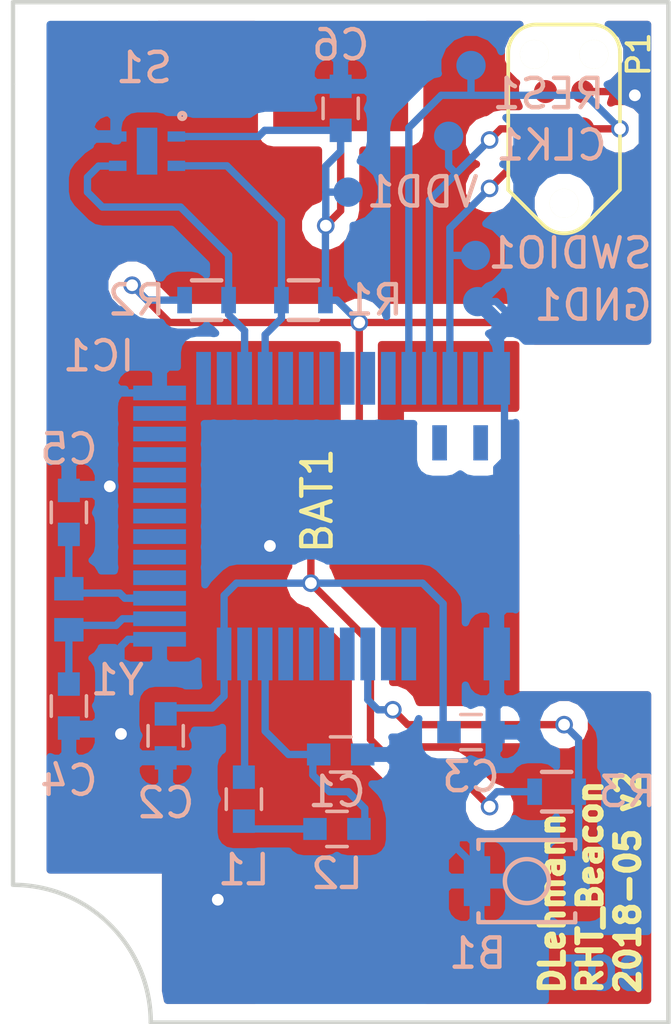
<source format=kicad_pcb>
(kicad_pcb (version 4) (host pcbnew 4.0.7-e2-6376~61~ubuntu18.04.1)

  (general
    (links 44)
    (no_connects 0)
    (area 97.474 97.206999 120.695447 132.155001)
    (thickness 1)
    (drawings 9)
    (tracks 213)
    (zones 0)
    (modules 22)
    (nets 14)
  )

  (page A4)
  (title_block
    (title RHT_Beacon)
    (date 2017-10-19)
    (rev v1)
    (company "Daniel Lehmann")
  )

  (layers
    (0 F.Cu signal)
    (31 B.Cu signal)
    (32 B.Adhes user)
    (33 F.Adhes user)
    (34 B.Paste user)
    (35 F.Paste user)
    (36 B.SilkS user)
    (37 F.SilkS user)
    (38 B.Mask user)
    (39 F.Mask user)
    (40 Dwgs.User user)
    (41 Cmts.User user)
    (42 Eco1.User user)
    (43 Eco2.User user)
    (44 Edge.Cuts user)
    (45 Margin user)
    (46 B.CrtYd user)
    (47 F.CrtYd user)
    (48 B.Fab user)
    (49 F.Fab user)
  )

  (setup
    (last_trace_width 0.25)
    (trace_clearance 0.2)
    (zone_clearance 0.508)
    (zone_45_only yes)
    (trace_min 0.2)
    (segment_width 0.2)
    (edge_width 0.15)
    (via_size 0.6)
    (via_drill 0.4)
    (via_min_size 0.4)
    (via_min_drill 0.3)
    (uvia_size 0.3)
    (uvia_drill 0.1)
    (uvias_allowed no)
    (uvia_min_size 0.2)
    (uvia_min_drill 0.1)
    (pcb_text_width 0.3)
    (pcb_text_size 1.5 1.5)
    (mod_edge_width 0.15)
    (mod_text_size 1 1)
    (mod_text_width 0.15)
    (pad_size 1.524 1.524)
    (pad_drill 0.762)
    (pad_to_mask_clearance 0.2)
    (aux_axis_origin 0 0)
    (visible_elements FFFEFFFF)
    (pcbplotparams
      (layerselection 0x010f0_80000001)
      (usegerberextensions true)
      (excludeedgelayer true)
      (linewidth 0.100000)
      (plotframeref false)
      (viasonmask false)
      (mode 1)
      (useauxorigin false)
      (hpglpennumber 1)
      (hpglpenspeed 20)
      (hpglpendiameter 15)
      (hpglpenoverlay 2)
      (psnegative false)
      (psa4output false)
      (plotreference true)
      (plotvalue true)
      (plotinvisibletext false)
      (padsonsilk false)
      (subtractmaskfromsilk false)
      (outputformat 1)
      (mirror false)
      (drillshape 0)
      (scaleselection 1)
      (outputdirectory /home/daniel/nrf52_shtc3_board/gerber/))
  )

  (net 0 "")
  (net 1 GND)
  (net 2 VDD)
  (net 3 "Net-(C1-Pad1)")
  (net 4 "Net-(C4-Pad1)")
  (net 5 "Net-(C5-Pad1)")
  (net 6 /SWDIO)
  (net 7 /SWDCLK)
  (net 8 /RESET)
  (net 9 "Net-(IC1-Pad28)")
  (net 10 "Net-(IC1-Pad27)")
  (net 11 "Net-(IC1-Pad10)")
  (net 12 "Net-(L1-Pad1)")
  (net 13 "Net-(B1-Pad1)")

  (net_class Default "This is the default net class."
    (clearance 0.2)
    (trace_width 0.25)
    (via_dia 0.6)
    (via_drill 0.4)
    (uvia_dia 0.3)
    (uvia_drill 0.1)
    (add_net /RESET)
    (add_net /SWDCLK)
    (add_net /SWDIO)
    (add_net GND)
    (add_net "Net-(B1-Pad1)")
    (add_net "Net-(C1-Pad1)")
    (add_net "Net-(C4-Pad1)")
    (add_net "Net-(C5-Pad1)")
    (add_net "Net-(IC1-Pad10)")
    (add_net "Net-(IC1-Pad27)")
    (add_net "Net-(IC1-Pad28)")
    (add_net "Net-(L1-Pad1)")
    (add_net VDD)
  )

  (module RHT_beacon:DFN_4_pin_2x2 (layer B.Cu) (tedit 5B1478C9) (tstamp 59E7EF3C)
    (at 102.616 102.362 180)
    (path /59E684B5)
    (fp_text reference S1 (at 0.1016 2.8448 180) (layer B.SilkS)
      (effects (font (size 1 1) (thickness 0.15)) (justify mirror))
    )
    (fp_text value SHTC3 (at 0 2 180) (layer B.Fab)
      (effects (font (size 1 1) (thickness 0.15)) (justify mirror))
    )
    (fp_circle (center -1.2 1.2) (end -1.2 1.1) (layer B.SilkS) (width 0.15))
    (fp_line (start -1 1) (end 1 1) (layer B.CrtYd) (width 0.15))
    (fp_line (start 1 1) (end 1 -1) (layer B.CrtYd) (width 0.15))
    (fp_line (start 1 -1) (end -1 -1) (layer B.CrtYd) (width 0.15))
    (fp_line (start -1 -1) (end -1 1) (layer B.CrtYd) (width 0.15))
    (pad 3 smd rect (at 1 -0.5 180) (size 0.6 0.35) (layers B.Cu B.Paste B.Mask)
      (net 10 "Net-(IC1-Pad27)"))
    (pad 4 smd rect (at 1 0.5 180) (size 0.6 0.35) (layers B.Cu B.Paste B.Mask)
      (net 1 GND))
    (pad 2 smd rect (at -1 -0.5 180) (size 0.6 0.35) (layers B.Cu B.Paste B.Mask)
      (net 9 "Net-(IC1-Pad28)"))
    (pad 5 smd rect (at 0 0 180) (size 0.7 1.6) (layers B.Cu B.Paste B.Mask))
    (pad 1 smd rect (at -1 0.5 180) (size 0.6 0.35) (layers B.Cu B.Paste B.Mask)
      (net 2 VDD))
    (model /home/daniel/nrf52_shtc3_board/3dmodels/Sensors.3dshapes/shtc3_2.wrl
      (at (xyz -0.0785 -0.0785 0))
      (scale (xyz 0.39 0.39 0.39))
      (rotate (xyz 0 0 0))
    )
  )

  (module rht_beacon_footprints:RF_Module_42_pin (layer B.Cu) (tedit 5B145970) (tstamp 59EFD3CF)
    (at 110.744 114.808 90)
    (path /59E683CC)
    (fp_text reference IC1 (at 5.461 -9.779 180) (layer B.SilkS)
      (effects (font (size 1 1) (thickness 0.15)) (justify mirror))
    )
    (fp_text value MDBT42Q_NRF52832 (at -0.2 0.6 270) (layer B.Fab)
      (effects (font (size 1 1) (thickness 0.15)) (justify mirror))
    )
    (fp_line (start -5 -8) (end 5 -8) (layer B.CrtYd) (width 0.15))
    (fp_line (start 5 -8) (end 5 8) (layer B.CrtYd) (width 0.15))
    (fp_line (start 5 8) (end -5 8) (layer B.CrtYd) (width 0.15))
    (fp_line (start -5 8) (end -5 -8) (layer B.CrtYd) (width 0.15))
    (pad 41 smd rect (at 2.5 1.85 90) (size 1.2 0.5) (layers B.Cu B.Paste B.Mask))
    (pad 40 smd rect (at 2.5 3.25 90) (size 1.2 0.5) (layers B.Cu B.Paste B.Mask))
    (pad 39 smd rect (at 4.7 3.8 90) (size 1.8 0.9) (layers B.Cu B.Paste B.Mask)
      (net 1 GND))
    (pad 38 smd rect (at 4.7 2.9 90) (size 1.8 0.5) (layers B.Cu B.Paste B.Mask))
    (pad 37 smd rect (at 4.7 2.2 90) (size 1.8 0.5) (layers B.Cu B.Paste B.Mask)
      (net 6 /SWDIO))
    (pad 36 smd rect (at 4.7 1.5 90) (size 1.8 0.5) (layers B.Cu B.Paste B.Mask)
      (net 7 /SWDCLK))
    (pad 35 smd rect (at 4.7 0.8 90) (size 1.8 0.5) (layers B.Cu B.Paste B.Mask)
      (net 8 /RESET))
    (pad 34 smd rect (at 4.7 0.1 90) (size 1.8 0.5) (layers B.Cu B.Paste B.Mask))
    (pad 33 smd rect (at 4.7 -0.6 90) (size 1.8 0.5) (layers B.Cu B.Paste B.Mask))
    (pad 32 smd rect (at 4.7 -1.3 90) (size 1.8 0.5) (layers B.Cu B.Paste B.Mask))
    (pad 31 smd rect (at 4.7 -2 90) (size 1.8 0.5) (layers B.Cu B.Paste B.Mask))
    (pad 30 smd rect (at 4.7 -2.7 90) (size 1.8 0.5) (layers B.Cu B.Paste B.Mask))
    (pad 29 smd rect (at 4.7 -3.4 90) (size 1.8 0.5) (layers B.Cu B.Paste B.Mask))
    (pad 28 smd rect (at 4.7 -4.1 90) (size 1.8 0.5) (layers B.Cu B.Paste B.Mask)
      (net 9 "Net-(IC1-Pad28)"))
    (pad 27 smd rect (at 4.7 -4.8 90) (size 1.8 0.5) (layers B.Cu B.Paste B.Mask)
      (net 10 "Net-(IC1-Pad27)"))
    (pad 26 smd rect (at 4.7 -5.5 90) (size 1.8 0.5) (layers B.Cu B.Paste B.Mask))
    (pad 25 smd rect (at 4.7 -6.2 90) (size 1.8 0.5) (layers B.Cu B.Paste B.Mask))
    (pad 24 smd rect (at 4.2 -7.7 90) (size 0.5 1.8) (layers B.Cu B.Paste B.Mask)
      (net 1 GND))
    (pad 23 smd rect (at 3.5 -7.7 90) (size 0.5 1.8) (layers B.Cu B.Paste B.Mask))
    (pad 22 smd rect (at 2.8 -7.7 90) (size 0.5 1.8) (layers B.Cu B.Paste B.Mask))
    (pad 21 smd rect (at 2.1 -7.7 90) (size 0.5 1.8) (layers B.Cu B.Paste B.Mask))
    (pad 20 smd rect (at 1.4 -7.7 90) (size 0.5 1.8) (layers B.Cu B.Paste B.Mask))
    (pad 19 smd rect (at 0.7 -7.7 90) (size 0.5 1.8) (layers B.Cu B.Paste B.Mask))
    (pad 18 smd rect (at 0 -7.7 90) (size 0.5 1.8) (layers B.Cu B.Paste B.Mask))
    (pad 17 smd rect (at -0.7 -7.7 90) (size 0.5 1.8) (layers B.Cu B.Paste B.Mask))
    (pad 16 smd rect (at -1.4 -7.7 90) (size 0.5 1.8) (layers B.Cu B.Paste B.Mask))
    (pad 15 smd rect (at -2.1 -7.7 90) (size 0.5 1.8) (layers B.Cu B.Paste B.Mask))
    (pad 14 smd rect (at -2.8 -7.7 90) (size 0.5 1.8) (layers B.Cu B.Paste B.Mask)
      (net 5 "Net-(C5-Pad1)"))
    (pad 13 smd rect (at -3.5 -7.7 90) (size 0.5 1.8) (layers B.Cu B.Paste B.Mask)
      (net 4 "Net-(C4-Pad1)"))
    (pad 12 smd rect (at -4.2 -7.7 90) (size 0.5 1.8) (layers B.Cu B.Paste B.Mask)
      (net 1 GND))
    (pad 1 smd rect (at -4.7 3.8 90) (size 1.8 0.9) (layers B.Cu B.Paste B.Mask)
      (net 1 GND))
    (pad 2 smd rect (at -4.7 0.8 90) (size 1.8 0.5) (layers B.Cu B.Paste B.Mask))
    (pad 3 smd rect (at -4.7 0.1 90) (size 1.8 0.5) (layers B.Cu B.Paste B.Mask))
    (pad 4 smd rect (at -4.7 -0.6 90) (size 1.8 0.5) (layers B.Cu B.Paste B.Mask)
      (net 13 "Net-(B1-Pad1)"))
    (pad 5 smd rect (at -4.7 -1.3 90) (size 1.8 0.5) (layers B.Cu B.Paste B.Mask))
    (pad 6 smd rect (at -4.7 -2 90) (size 1.8 0.5) (layers B.Cu B.Paste B.Mask))
    (pad 7 smd rect (at -4.7 -2.7 90) (size 1.8 0.5) (layers B.Cu B.Paste B.Mask))
    (pad 8 smd rect (at -4.7 -3.4 90) (size 1.8 0.5) (layers B.Cu B.Paste B.Mask))
    (pad 9 smd rect (at -4.7 -4.1 90) (size 1.8 0.5) (layers B.Cu B.Paste B.Mask)
      (net 3 "Net-(C1-Pad1)"))
    (pad 10 smd rect (at -4.7 -4.8 90) (size 1.8 0.5) (layers B.Cu B.Paste B.Mask)
      (net 11 "Net-(IC1-Pad10)"))
    (pad 11 smd rect (at -4.7 -5.5 90) (size 1.8 0.5) (layers B.Cu B.Paste B.Mask)
      (net 2 VDD))
    (model /home/daniel/nrf52_shtc3_board/3dmodels/SMD_Packages.3dshapes/SOC_MDBT42Q.wrl
      (at (xyz -0.19 -0.31 0))
      (scale (xyz 0.38 0.38 0.38))
      (rotate (xyz 0 0 0))
    )
  )

  (module Buttons_Switches_SMD:SW_SPST_B3U-1000P (layer B.Cu) (tedit 5B077146) (tstamp 59EFC402)
    (at 115.57 127.254 180)
    (descr "Ultra-small-sized Tactile Switch with High Contact Reliability, Top-actuated Model, without Ground Terminal, without Boss")
    (tags "Tactile Switch")
    (path /59EFD0F4)
    (attr smd)
    (fp_text reference B1 (at 1.6764 -2.4638 360) (layer B.SilkS)
      (effects (font (size 1 1) (thickness 0.15)) (justify mirror))
    )
    (fp_text value B3U-1000P (at 0 -2.5 180) (layer B.Fab)
      (effects (font (size 1 1) (thickness 0.15)) (justify mirror))
    )
    (fp_line (start -2.4 -1.65) (end 2.4 -1.65) (layer B.CrtYd) (width 0.05))
    (fp_line (start 2.4 -1.65) (end 2.4 1.65) (layer B.CrtYd) (width 0.05))
    (fp_line (start 2.4 1.65) (end -2.4 1.65) (layer B.CrtYd) (width 0.05))
    (fp_line (start -2.4 1.65) (end -2.4 -1.65) (layer B.CrtYd) (width 0.05))
    (fp_circle (center 0 0) (end 0.75 0) (layer B.SilkS) (width 0.15))
    (fp_line (start -1.65 -1.1) (end -1.65 -1.4) (layer B.SilkS) (width 0.15))
    (fp_line (start -1.65 -1.4) (end 1.65 -1.4) (layer B.SilkS) (width 0.15))
    (fp_line (start 1.65 -1.4) (end 1.65 -1.1) (layer B.SilkS) (width 0.15))
    (fp_line (start -1.65 1.1) (end -1.65 1.4) (layer B.SilkS) (width 0.15))
    (fp_line (start -1.65 1.4) (end 1.65 1.4) (layer B.SilkS) (width 0.15))
    (fp_line (start 1.65 1.4) (end 1.65 1.1) (layer B.SilkS) (width 0.15))
    (fp_line (start -1.5 1.25) (end 1.5 1.25) (layer B.Fab) (width 0.15))
    (fp_line (start 1.5 1.25) (end 1.5 -1.25) (layer B.Fab) (width 0.15))
    (fp_line (start 1.5 -1.25) (end -1.5 -1.25) (layer B.Fab) (width 0.15))
    (fp_line (start -1.5 -1.25) (end -1.5 1.25) (layer B.Fab) (width 0.15))
    (pad 1 smd rect (at -1.7 0 180) (size 0.9 1.7) (layers B.Cu B.Paste B.Mask)
      (net 13 "Net-(B1-Pad1)"))
    (pad 2 smd rect (at 1.7 0 180) (size 0.9 1.7) (layers B.Cu B.Paste B.Mask)
      (net 1 GND))
    (model /home/daniel/nrf52_shtc3_board/3dmodels/Buttons_Switches_SMD.3dshapes/B3U_1000P.wrl
      (at (xyz 0 0 0))
      (scale (xyz 0.38 0.38 0.38))
      (rotate (xyz -90 0 0))
    )
  )

  (module rht_beacon_footprints:BAT_Holder_2032 (layer F.Cu) (tedit 5B034BE7) (tstamp 59EFD3C0)
    (at 109.22 114.681 270)
    (path /5B035147)
    (fp_text reference BAT1 (at -0.4 0.8 270) (layer F.SilkS)
      (effects (font (size 1 1) (thickness 0.15)))
    )
    (fp_text value BU2032SM-JJ-GCT (at 0.6 -1.5 270) (layer F.Fab)
      (effects (font (size 1 1) (thickness 0.15)))
    )
    (fp_text user - (at 10 0 270) (layer F.Fab)
      (effects (font (size 1 1) (thickness 0.15)))
    )
    (fp_text user + (at -9.8 0 270) (layer F.Fab)
      (effects (font (size 1 1) (thickness 0.15)))
    )
    (fp_line (start 16.1 -3.5) (end 16.1 3.5) (layer F.CrtYd) (width 0.15))
    (fp_line (start 16.1 3.5) (end 10.7 3.5) (layer F.CrtYd) (width 0.15))
    (fp_line (start 16.1 -3.5) (end 10.7 -3.5) (layer F.CrtYd) (width 0.15))
    (fp_line (start -16.1 0) (end -16.1 3.5) (layer F.CrtYd) (width 0.15))
    (fp_line (start -16.1 3.5) (end -10.7 3.5) (layer F.CrtYd) (width 0.15))
    (fp_line (start -16.1 0) (end -16.1 -3.5) (layer F.CrtYd) (width 0.15))
    (fp_line (start -16.1 -3.5) (end -10.7 -3.5) (layer F.CrtYd) (width 0.15))
    (fp_circle (center 0 0) (end -11.2 -0.1) (layer F.CrtYd) (width 0.15))
    (pad 2 smd rect (at 14.8 0 270) (size 3.6 4.6) (layers F.Cu F.Paste F.Mask)
      (net 1 GND))
    (pad 1 smd rect (at -14.8 0 270) (size 3.6 4.6) (layers F.Cu F.Paste F.Mask)
      (net 2 VDD))
    (model /home/daniel/nrf52_shtc3_board/3dmodels/Battery_Holder.3dshapes/BU2032SM-JJ-GTR.wrl
      (at (xyz 0 0 0))
      (scale (xyz 0.38 0.38 0.38))
      (rotate (xyz -90 0 0))
    )
  )

  (module rht_beacon_footprints:Crystal_1.6x1_2pad (layer B.Cu) (tedit 5B146A30) (tstamp 59EFD413)
    (at 99.949 117.983 90)
    (path /59E6B2AD)
    (fp_text reference Y1 (at -2.413 1.651 360) (layer B.SilkS)
      (effects (font (size 1 1) (thickness 0.15)) (justify mirror))
    )
    (fp_text value Crystal (at 0 1.3 90) (layer B.Fab)
      (effects (font (size 1 1) (thickness 0.15)) (justify mirror))
    )
    (fp_line (start -0.8 -0.5) (end 0.8 -0.5) (layer B.CrtYd) (width 0.15))
    (fp_line (start 0.8 -0.5) (end 0.8 0.5) (layer B.CrtYd) (width 0.15))
    (fp_line (start 0.8 0.5) (end -0.8 0.5) (layer B.CrtYd) (width 0.15))
    (fp_line (start -0.8 0.5) (end -0.8 -0.5) (layer B.CrtYd) (width 0.15))
    (pad 2 smd rect (at 0.7 0 90) (size 0.8 1) (layers B.Cu B.Paste B.Mask)
      (net 5 "Net-(C5-Pad1)"))
    (pad 1 smd rect (at -0.7 0 90) (size 0.8 1) (layers B.Cu B.Paste B.Mask)
      (net 4 "Net-(C4-Pad1)"))
  )

  (module Resistors_SMD:R_0603 (layer B.Cu) (tedit 5B14698D) (tstamp 59E7EF2D)
    (at 107.95 107.442)
    (descr "Resistor SMD 0603, reflow soldering, Vishay (see dcrcw.pdf)")
    (tags "resistor 0603")
    (path /59E68E7D)
    (attr smd)
    (fp_text reference R1 (at 2.413 0) (layer B.SilkS)
      (effects (font (size 1 1) (thickness 0.15)) (justify mirror))
    )
    (fp_text value 10k (at 0 -1.9) (layer B.Fab)
      (effects (font (size 1 1) (thickness 0.15)) (justify mirror))
    )
    (fp_line (start -0.8 -0.4) (end -0.8 0.4) (layer B.Fab) (width 0.1))
    (fp_line (start 0.8 -0.4) (end -0.8 -0.4) (layer B.Fab) (width 0.1))
    (fp_line (start 0.8 0.4) (end 0.8 -0.4) (layer B.Fab) (width 0.1))
    (fp_line (start -0.8 0.4) (end 0.8 0.4) (layer B.Fab) (width 0.1))
    (fp_line (start -1.3 0.8) (end 1.3 0.8) (layer B.CrtYd) (width 0.05))
    (fp_line (start -1.3 -0.8) (end 1.3 -0.8) (layer B.CrtYd) (width 0.05))
    (fp_line (start -1.3 0.8) (end -1.3 -0.8) (layer B.CrtYd) (width 0.05))
    (fp_line (start 1.3 0.8) (end 1.3 -0.8) (layer B.CrtYd) (width 0.05))
    (fp_line (start 0.5 -0.675) (end -0.5 -0.675) (layer B.SilkS) (width 0.15))
    (fp_line (start -0.5 0.675) (end 0.5 0.675) (layer B.SilkS) (width 0.15))
    (pad 1 smd rect (at -0.75 0) (size 0.5 0.9) (layers B.Cu B.Paste B.Mask)
      (net 9 "Net-(IC1-Pad28)"))
    (pad 2 smd rect (at 0.75 0) (size 0.5 0.9) (layers B.Cu B.Paste B.Mask)
      (net 2 VDD))
    (model Resistors_SMD.3dshapes/R_0603.wrl
      (at (xyz 0 0 0))
      (scale (xyz 1 1 1))
      (rotate (xyz 0 0 0))
    )
  )

  (module Resistors_SMD:R_0603 (layer B.Cu) (tedit 5B077182) (tstamp 59E7EF33)
    (at 104.648 107.442)
    (descr "Resistor SMD 0603, reflow soldering, Vishay (see dcrcw.pdf)")
    (tags "resistor 0603")
    (path /59E68CA0)
    (attr smd)
    (fp_text reference R2 (at -2.3876 0) (layer B.SilkS)
      (effects (font (size 1 1) (thickness 0.15)) (justify mirror))
    )
    (fp_text value 10k (at 0 -1.9) (layer B.Fab)
      (effects (font (size 1 1) (thickness 0.15)) (justify mirror))
    )
    (fp_line (start -0.8 -0.4) (end -0.8 0.4) (layer B.Fab) (width 0.1))
    (fp_line (start 0.8 -0.4) (end -0.8 -0.4) (layer B.Fab) (width 0.1))
    (fp_line (start 0.8 0.4) (end 0.8 -0.4) (layer B.Fab) (width 0.1))
    (fp_line (start -0.8 0.4) (end 0.8 0.4) (layer B.Fab) (width 0.1))
    (fp_line (start -1.3 0.8) (end 1.3 0.8) (layer B.CrtYd) (width 0.05))
    (fp_line (start -1.3 -0.8) (end 1.3 -0.8) (layer B.CrtYd) (width 0.05))
    (fp_line (start -1.3 0.8) (end -1.3 -0.8) (layer B.CrtYd) (width 0.05))
    (fp_line (start 1.3 0.8) (end 1.3 -0.8) (layer B.CrtYd) (width 0.05))
    (fp_line (start 0.5 -0.675) (end -0.5 -0.675) (layer B.SilkS) (width 0.15))
    (fp_line (start -0.5 0.675) (end 0.5 0.675) (layer B.SilkS) (width 0.15))
    (pad 1 smd rect (at -0.75 0) (size 0.5 0.9) (layers B.Cu B.Paste B.Mask)
      (net 2 VDD))
    (pad 2 smd rect (at 0.75 0) (size 0.5 0.9) (layers B.Cu B.Paste B.Mask)
      (net 10 "Net-(IC1-Pad27)"))
    (model Resistors_SMD.3dshapes/R_0603.wrl
      (at (xyz 0 0 0))
      (scale (xyz 1 1 1))
      (rotate (xyz 0 0 0))
    )
  )

  (module Resistors_SMD:R_0603 (layer B.Cu) (tedit 5B1469E8) (tstamp 59EFC408)
    (at 116.586 124.206)
    (descr "Resistor SMD 0603, reflow soldering, Vishay (see dcrcw.pdf)")
    (tags "resistor 0603")
    (path /59EFC90F)
    (attr smd)
    (fp_text reference R3 (at 2.413 0) (layer B.SilkS)
      (effects (font (size 1 1) (thickness 0.15)) (justify mirror))
    )
    (fp_text value 10k (at 0 -1.9) (layer B.Fab)
      (effects (font (size 1 1) (thickness 0.15)) (justify mirror))
    )
    (fp_line (start -0.8 -0.4) (end -0.8 0.4) (layer B.Fab) (width 0.1))
    (fp_line (start 0.8 -0.4) (end -0.8 -0.4) (layer B.Fab) (width 0.1))
    (fp_line (start 0.8 0.4) (end 0.8 -0.4) (layer B.Fab) (width 0.1))
    (fp_line (start -0.8 0.4) (end 0.8 0.4) (layer B.Fab) (width 0.1))
    (fp_line (start -1.3 0.8) (end 1.3 0.8) (layer B.CrtYd) (width 0.05))
    (fp_line (start -1.3 -0.8) (end 1.3 -0.8) (layer B.CrtYd) (width 0.05))
    (fp_line (start -1.3 0.8) (end -1.3 -0.8) (layer B.CrtYd) (width 0.05))
    (fp_line (start 1.3 0.8) (end 1.3 -0.8) (layer B.CrtYd) (width 0.05))
    (fp_line (start 0.5 -0.675) (end -0.5 -0.675) (layer B.SilkS) (width 0.15))
    (fp_line (start -0.5 0.675) (end 0.5 0.675) (layer B.SilkS) (width 0.15))
    (pad 1 smd rect (at -0.75 0) (size 0.5 0.9) (layers B.Cu B.Paste B.Mask)
      (net 2 VDD))
    (pad 2 smd rect (at 0.75 0) (size 0.5 0.9) (layers B.Cu B.Paste B.Mask)
      (net 13 "Net-(B1-Pad1)"))
    (model Resistors_SMD.3dshapes/R_0603.wrl
      (at (xyz 0 0 0))
      (scale (xyz 1 1 1))
      (rotate (xyz 0 0 0))
    )
  )

  (module rht_beacon_footprints:WirePad_1mm_SMD (layer B.Cu) (tedit 5B076E89) (tstamp 5A06C9B4)
    (at 112.903 101.854)
    (path /59E70883)
    (fp_text reference CLK1 (at 3.5052 0.3048) (layer B.SilkS)
      (effects (font (size 1 1) (thickness 0.15)) (justify mirror))
    )
    (fp_text value CLK (at 0 1.5) (layer B.Fab)
      (effects (font (size 1 1) (thickness 0.15)) (justify mirror))
    )
    (pad 1 smd circle (at 0 0) (size 1 1) (layers B.Cu B.Paste B.Mask)
      (net 7 /SWDCLK))
  )

  (module rht_beacon_footprints:WirePad_1mm_SMD (layer B.Cu) (tedit 5B076E4B) (tstamp 5A06C9B9)
    (at 113.8936 107.4928)
    (path /59E70922)
    (fp_text reference GND1 (at 3.937 0.127) (layer B.SilkS)
      (effects (font (size 1 1) (thickness 0.15)) (justify mirror))
    )
    (fp_text value GND (at 0 1.5) (layer B.Fab)
      (effects (font (size 1 1) (thickness 0.15)) (justify mirror))
    )
    (pad 1 smd circle (at 0 0) (size 1 1) (layers B.Cu B.Paste B.Mask)
      (net 1 GND))
  )

  (module rht_beacon_footprints:WirePad_1mm_SMD (layer B.Cu) (tedit 5B076E86) (tstamp 5A06C9BE)
    (at 113.665 99.441)
    (path /59E708D9)
    (fp_text reference RES1 (at 2.6416 0.9652) (layer B.SilkS)
      (effects (font (size 1 1) (thickness 0.15)) (justify mirror))
    )
    (fp_text value RES (at 0 1.5) (layer B.Fab)
      (effects (font (size 1 1) (thickness 0.15)) (justify mirror))
    )
    (pad 1 smd circle (at 0 0) (size 1 1) (layers B.Cu B.Paste B.Mask)
      (net 8 /RESET))
  )

  (module rht_beacon_footprints:WirePad_1mm_SMD (layer B.Cu) (tedit 5B076E44) (tstamp 5A06C9C3)
    (at 113.8174 105.918)
    (path /59E70657)
    (fp_text reference SWDIO1 (at 3.2258 -0.0762) (layer B.SilkS)
      (effects (font (size 1 1) (thickness 0.15)) (justify mirror))
    )
    (fp_text value SWDIO (at 0 1.5) (layer B.Fab)
      (effects (font (size 1 1) (thickness 0.15)) (justify mirror))
    )
    (pad 1 smd circle (at 0 0) (size 1 1) (layers B.Cu B.Paste B.Mask)
      (net 6 /SWDIO))
  )

  (module rht_beacon_footprints:WirePad_1mm_SMD (layer B.Cu) (tedit 5B076D32) (tstamp 5A06C9C8)
    (at 109.474 103.759)
    (path /59E709B2)
    (fp_text reference VDD1 (at 2.54 0) (layer B.SilkS)
      (effects (font (size 1 1) (thickness 0.15)) (justify mirror))
    )
    (fp_text value VDD (at 0 1.5) (layer B.Fab)
      (effects (font (size 1 1) (thickness 0.15)) (justify mirror))
    )
    (pad 1 smd circle (at 0 0) (size 1 1) (layers B.Cu B.Paste B.Mask)
      (net 2 VDD))
  )

  (module Tag-Connect:TC2030-NL_SMALL (layer F.Cu) (tedit 5B07645D) (tstamp 5B074F3F)
    (at 116.84 101.6 90)
    (descr "Tag-Connect TC2030-NL footprint by carloscuev@gmail.com")
    (tags "Tag-Connect TC2030-NL")
    (path /5B074BE3)
    (clearance 0.127)
    (attr virtual)
    (fp_text reference P1 (at 2.54 2.54 90) (layer F.SilkS)
      (effects (font (size 0.75692 0.75692) (thickness 0.127)))
    )
    (fp_text value TC2030-CTX (at 0 2.667 90) (layer F.SilkS) hide
      (effects (font (size 0.75692 0.75692) (thickness 0.127)))
    )
    (fp_line (start 2.6035 1.905) (end -2.0828 1.905) (layer F.SilkS) (width 0.127))
    (fp_line (start 2.6035 -1.905) (end -2.0828 -1.905) (layer F.SilkS) (width 0.127))
    (fp_line (start -3.2639 0.7239) (end -2.0828 1.905) (layer F.SilkS) (width 0.127))
    (fp_line (start -3.2639 -0.7239) (end -2.0828 -1.905) (layer F.SilkS) (width 0.127))
    (fp_arc (start -2.54 0) (end -3.2639 0.7239) (angle 90) (layer F.SilkS) (width 0.127))
    (fp_line (start 3.556 -0.9525) (end 3.556 0.9525) (layer F.SilkS) (width 0.127))
    (fp_arc (start 2.6035 0.9525) (end 3.556 0.9525) (angle 90) (layer F.SilkS) (width 0.127))
    (fp_arc (start 2.6035 -0.9525) (end 2.6035 -1.905) (angle 90) (layer F.SilkS) (width 0.127))
    (pad 1 connect circle (at -1.27 0.635 90) (size 0.78486 0.78486) (layers F.Cu F.Mask)
      (net 2 VDD))
    (pad 2 connect circle (at -1.27 -0.635 90) (size 0.78486 0.78486) (layers F.Cu F.Mask)
      (net 6 /SWDIO))
    (pad 3 connect circle (at 0 0.635 90) (size 0.78486 0.78486) (layers F.Cu F.Mask)
      (net 8 /RESET))
    (pad 4 connect circle (at 0 -0.635 90) (size 0.78486 0.78486) (layers F.Cu F.Mask)
      (net 7 /SWDCLK))
    (pad 5 connect circle (at 1.27 0.635 90) (size 0.78486 0.78486) (layers F.Cu F.Mask)
      (net 1 GND))
    (pad 6 connect circle (at 1.27 -0.635 90) (size 0.78486 0.78486) (layers F.Cu F.Mask))
    (pad "" np_thru_hole circle (at -2.54 0 90) (size 0.98806 0.98806) (drill 0.98806) (layers *.Cu *.Mask F.SilkS))
    (pad "" np_thru_hole circle (at 2.54 -1.016 90) (size 0.98552 0.98552) (drill 0.98552) (layers *.Cu *.Mask F.SilkS))
    (pad "" np_thru_hole circle (at 2.54 1.016 90) (size 0.98552 0.98552) (drill 0.98552) (layers *.Cu *.Mask F.SilkS))
  )

  (module Capacitors_SMD:C_0603 (layer B.Cu) (tedit 5B146A0E) (tstamp 5B145B64)
    (at 109.22 122.936)
    (descr "Capacitor SMD 0603, reflow soldering, AVX (see smccp.pdf)")
    (tags "capacitor 0603")
    (path /59E690AC)
    (attr smd)
    (fp_text reference C1 (at -0.127 1.27) (layer B.SilkS)
      (effects (font (size 1 1) (thickness 0.15)) (justify mirror))
    )
    (fp_text value 1uF (at 0 -1.5) (layer B.Fab)
      (effects (font (size 1 1) (thickness 0.15)) (justify mirror))
    )
    (fp_line (start 1.4 -0.65) (end -1.4 -0.65) (layer B.CrtYd) (width 0.05))
    (fp_line (start 1.4 -0.65) (end 1.4 0.65) (layer B.CrtYd) (width 0.05))
    (fp_line (start -1.4 0.65) (end -1.4 -0.65) (layer B.CrtYd) (width 0.05))
    (fp_line (start -1.4 0.65) (end 1.4 0.65) (layer B.CrtYd) (width 0.05))
    (fp_line (start 0.35 -0.6) (end -0.35 -0.6) (layer B.SilkS) (width 0.12))
    (fp_line (start -0.35 0.6) (end 0.35 0.6) (layer B.SilkS) (width 0.12))
    (fp_line (start -0.8 0.4) (end 0.8 0.4) (layer B.Fab) (width 0.1))
    (fp_line (start 0.8 0.4) (end 0.8 -0.4) (layer B.Fab) (width 0.1))
    (fp_line (start 0.8 -0.4) (end -0.8 -0.4) (layer B.Fab) (width 0.1))
    (fp_line (start -0.8 -0.4) (end -0.8 0.4) (layer B.Fab) (width 0.1))
    (fp_text user %R (at 0 0) (layer B.Fab)
      (effects (font (size 0.3 0.3) (thickness 0.075)) (justify mirror))
    )
    (pad 2 smd rect (at 0.75 0) (size 0.8 0.75) (layers B.Cu B.Paste B.Mask)
      (net 1 GND))
    (pad 1 smd rect (at -0.75 0) (size 0.8 0.75) (layers B.Cu B.Paste B.Mask)
      (net 3 "Net-(C1-Pad1)"))
    (model Capacitors_SMD.3dshapes/C_0603.wrl
      (at (xyz 0 0 0))
      (scale (xyz 1 1 1))
      (rotate (xyz 0 0 0))
    )
  )

  (module Capacitors_SMD:C_0603 (layer B.Cu) (tedit 5B146A13) (tstamp 5B145B69)
    (at 103.251 122.301 90)
    (descr "Capacitor SMD 0603, reflow soldering, AVX (see smccp.pdf)")
    (tags "capacitor 0603")
    (path /59E69599)
    (attr smd)
    (fp_text reference C2 (at -2.286 0 180) (layer B.SilkS)
      (effects (font (size 1 1) (thickness 0.15)) (justify mirror))
    )
    (fp_text value 10uF (at 0 -1.5 90) (layer B.Fab)
      (effects (font (size 1 1) (thickness 0.15)) (justify mirror))
    )
    (fp_line (start 1.4 -0.65) (end -1.4 -0.65) (layer B.CrtYd) (width 0.05))
    (fp_line (start 1.4 -0.65) (end 1.4 0.65) (layer B.CrtYd) (width 0.05))
    (fp_line (start -1.4 0.65) (end -1.4 -0.65) (layer B.CrtYd) (width 0.05))
    (fp_line (start -1.4 0.65) (end 1.4 0.65) (layer B.CrtYd) (width 0.05))
    (fp_line (start 0.35 -0.6) (end -0.35 -0.6) (layer B.SilkS) (width 0.12))
    (fp_line (start -0.35 0.6) (end 0.35 0.6) (layer B.SilkS) (width 0.12))
    (fp_line (start -0.8 0.4) (end 0.8 0.4) (layer B.Fab) (width 0.1))
    (fp_line (start 0.8 0.4) (end 0.8 -0.4) (layer B.Fab) (width 0.1))
    (fp_line (start 0.8 -0.4) (end -0.8 -0.4) (layer B.Fab) (width 0.1))
    (fp_line (start -0.8 -0.4) (end -0.8 0.4) (layer B.Fab) (width 0.1))
    (fp_text user %R (at 0 0 90) (layer B.Fab)
      (effects (font (size 0.3 0.3) (thickness 0.075)) (justify mirror))
    )
    (pad 2 smd rect (at 0.75 0 90) (size 0.8 0.75) (layers B.Cu B.Paste B.Mask)
      (net 2 VDD))
    (pad 1 smd rect (at -0.75 0 90) (size 0.8 0.75) (layers B.Cu B.Paste B.Mask)
      (net 1 GND))
    (model Capacitors_SMD.3dshapes/C_0603.wrl
      (at (xyz 0 0 0))
      (scale (xyz 1 1 1))
      (rotate (xyz 0 0 0))
    )
  )

  (module Capacitors_SMD:C_0603 (layer B.Cu) (tedit 5B146A23) (tstamp 5B145B6E)
    (at 113.665 122.174)
    (descr "Capacitor SMD 0603, reflow soldering, AVX (see smccp.pdf)")
    (tags "capacitor 0603")
    (path /59E68EA5)
    (attr smd)
    (fp_text reference C3 (at 0 1.524) (layer B.SilkS)
      (effects (font (size 1 1) (thickness 0.15)) (justify mirror))
    )
    (fp_text value 10uF (at 0 -1.5) (layer B.Fab)
      (effects (font (size 1 1) (thickness 0.15)) (justify mirror))
    )
    (fp_line (start 1.4 -0.65) (end -1.4 -0.65) (layer B.CrtYd) (width 0.05))
    (fp_line (start 1.4 -0.65) (end 1.4 0.65) (layer B.CrtYd) (width 0.05))
    (fp_line (start -1.4 0.65) (end -1.4 -0.65) (layer B.CrtYd) (width 0.05))
    (fp_line (start -1.4 0.65) (end 1.4 0.65) (layer B.CrtYd) (width 0.05))
    (fp_line (start 0.35 -0.6) (end -0.35 -0.6) (layer B.SilkS) (width 0.12))
    (fp_line (start -0.35 0.6) (end 0.35 0.6) (layer B.SilkS) (width 0.12))
    (fp_line (start -0.8 0.4) (end 0.8 0.4) (layer B.Fab) (width 0.1))
    (fp_line (start 0.8 0.4) (end 0.8 -0.4) (layer B.Fab) (width 0.1))
    (fp_line (start 0.8 -0.4) (end -0.8 -0.4) (layer B.Fab) (width 0.1))
    (fp_line (start -0.8 -0.4) (end -0.8 0.4) (layer B.Fab) (width 0.1))
    (fp_text user %R (at 0 0) (layer B.Fab)
      (effects (font (size 0.3 0.3) (thickness 0.075)) (justify mirror))
    )
    (pad 2 smd rect (at 0.75 0) (size 0.8 0.75) (layers B.Cu B.Paste B.Mask)
      (net 1 GND))
    (pad 1 smd rect (at -0.75 0) (size 0.8 0.75) (layers B.Cu B.Paste B.Mask)
      (net 2 VDD))
    (model Capacitors_SMD.3dshapes/C_0603.wrl
      (at (xyz 0 0 0))
      (scale (xyz 1 1 1))
      (rotate (xyz 0 0 0))
    )
  )

  (module Capacitors_SMD:C_0603 (layer B.Cu) (tedit 5B146A18) (tstamp 5B145B73)
    (at 99.949 121.285 270)
    (descr "Capacitor SMD 0603, reflow soldering, AVX (see smccp.pdf)")
    (tags "capacitor 0603")
    (path /59E69145)
    (attr smd)
    (fp_text reference C4 (at 2.54 0 360) (layer B.SilkS)
      (effects (font (size 1 1) (thickness 0.15)) (justify mirror))
    )
    (fp_text value 12pF (at 0 -1.5 270) (layer B.Fab)
      (effects (font (size 1 1) (thickness 0.15)) (justify mirror))
    )
    (fp_line (start 1.4 -0.65) (end -1.4 -0.65) (layer B.CrtYd) (width 0.05))
    (fp_line (start 1.4 -0.65) (end 1.4 0.65) (layer B.CrtYd) (width 0.05))
    (fp_line (start -1.4 0.65) (end -1.4 -0.65) (layer B.CrtYd) (width 0.05))
    (fp_line (start -1.4 0.65) (end 1.4 0.65) (layer B.CrtYd) (width 0.05))
    (fp_line (start 0.35 -0.6) (end -0.35 -0.6) (layer B.SilkS) (width 0.12))
    (fp_line (start -0.35 0.6) (end 0.35 0.6) (layer B.SilkS) (width 0.12))
    (fp_line (start -0.8 0.4) (end 0.8 0.4) (layer B.Fab) (width 0.1))
    (fp_line (start 0.8 0.4) (end 0.8 -0.4) (layer B.Fab) (width 0.1))
    (fp_line (start 0.8 -0.4) (end -0.8 -0.4) (layer B.Fab) (width 0.1))
    (fp_line (start -0.8 -0.4) (end -0.8 0.4) (layer B.Fab) (width 0.1))
    (fp_text user %R (at 0 0 270) (layer B.Fab)
      (effects (font (size 0.3 0.3) (thickness 0.075)) (justify mirror))
    )
    (pad 2 smd rect (at 0.75 0 270) (size 0.8 0.75) (layers B.Cu B.Paste B.Mask)
      (net 1 GND))
    (pad 1 smd rect (at -0.75 0 270) (size 0.8 0.75) (layers B.Cu B.Paste B.Mask)
      (net 4 "Net-(C4-Pad1)"))
    (model Capacitors_SMD.3dshapes/C_0603.wrl
      (at (xyz 0 0 0))
      (scale (xyz 1 1 1))
      (rotate (xyz 0 0 0))
    )
  )

  (module Capacitors_SMD:C_0603 (layer B.Cu) (tedit 5B146A36) (tstamp 5B145B78)
    (at 99.949 114.681 90)
    (descr "Capacitor SMD 0603, reflow soldering, AVX (see smccp.pdf)")
    (tags "capacitor 0603")
    (path /59E691F7)
    (attr smd)
    (fp_text reference C5 (at 2.159 0 180) (layer B.SilkS)
      (effects (font (size 1 1) (thickness 0.15)) (justify mirror))
    )
    (fp_text value 12pF (at 0 -1.5 90) (layer B.Fab)
      (effects (font (size 1 1) (thickness 0.15)) (justify mirror))
    )
    (fp_line (start 1.4 -0.65) (end -1.4 -0.65) (layer B.CrtYd) (width 0.05))
    (fp_line (start 1.4 -0.65) (end 1.4 0.65) (layer B.CrtYd) (width 0.05))
    (fp_line (start -1.4 0.65) (end -1.4 -0.65) (layer B.CrtYd) (width 0.05))
    (fp_line (start -1.4 0.65) (end 1.4 0.65) (layer B.CrtYd) (width 0.05))
    (fp_line (start 0.35 -0.6) (end -0.35 -0.6) (layer B.SilkS) (width 0.12))
    (fp_line (start -0.35 0.6) (end 0.35 0.6) (layer B.SilkS) (width 0.12))
    (fp_line (start -0.8 0.4) (end 0.8 0.4) (layer B.Fab) (width 0.1))
    (fp_line (start 0.8 0.4) (end 0.8 -0.4) (layer B.Fab) (width 0.1))
    (fp_line (start 0.8 -0.4) (end -0.8 -0.4) (layer B.Fab) (width 0.1))
    (fp_line (start -0.8 -0.4) (end -0.8 0.4) (layer B.Fab) (width 0.1))
    (fp_text user %R (at 0 0 90) (layer B.Fab)
      (effects (font (size 0.3 0.3) (thickness 0.075)) (justify mirror))
    )
    (pad 2 smd rect (at 0.75 0 90) (size 0.8 0.75) (layers B.Cu B.Paste B.Mask)
      (net 1 GND))
    (pad 1 smd rect (at -0.75 0 90) (size 0.8 0.75) (layers B.Cu B.Paste B.Mask)
      (net 5 "Net-(C5-Pad1)"))
    (model Capacitors_SMD.3dshapes/C_0603.wrl
      (at (xyz 0 0 0))
      (scale (xyz 1 1 1))
      (rotate (xyz 0 0 0))
    )
  )

  (module Capacitors_SMD:C_0603 (layer B.Cu) (tedit 5B146A61) (tstamp 5B145B7D)
    (at 109.22 100.9015 270)
    (descr "Capacitor SMD 0603, reflow soldering, AVX (see smccp.pdf)")
    (tags "capacitor 0603")
    (path /59E69455)
    (attr smd)
    (fp_text reference C6 (at -2.159 0 360) (layer B.SilkS)
      (effects (font (size 1 1) (thickness 0.15)) (justify mirror))
    )
    (fp_text value 100nF (at 0 -1.5 270) (layer B.Fab)
      (effects (font (size 1 1) (thickness 0.15)) (justify mirror))
    )
    (fp_line (start 1.4 -0.65) (end -1.4 -0.65) (layer B.CrtYd) (width 0.05))
    (fp_line (start 1.4 -0.65) (end 1.4 0.65) (layer B.CrtYd) (width 0.05))
    (fp_line (start -1.4 0.65) (end -1.4 -0.65) (layer B.CrtYd) (width 0.05))
    (fp_line (start -1.4 0.65) (end 1.4 0.65) (layer B.CrtYd) (width 0.05))
    (fp_line (start 0.35 -0.6) (end -0.35 -0.6) (layer B.SilkS) (width 0.12))
    (fp_line (start -0.35 0.6) (end 0.35 0.6) (layer B.SilkS) (width 0.12))
    (fp_line (start -0.8 0.4) (end 0.8 0.4) (layer B.Fab) (width 0.1))
    (fp_line (start 0.8 0.4) (end 0.8 -0.4) (layer B.Fab) (width 0.1))
    (fp_line (start 0.8 -0.4) (end -0.8 -0.4) (layer B.Fab) (width 0.1))
    (fp_line (start -0.8 -0.4) (end -0.8 0.4) (layer B.Fab) (width 0.1))
    (fp_text user %R (at 0 0 270) (layer B.Fab)
      (effects (font (size 0.3 0.3) (thickness 0.075)) (justify mirror))
    )
    (pad 2 smd rect (at 0.75 0 270) (size 0.8 0.75) (layers B.Cu B.Paste B.Mask)
      (net 2 VDD))
    (pad 1 smd rect (at -0.75 0 270) (size 0.8 0.75) (layers B.Cu B.Paste B.Mask)
      (net 1 GND))
    (model Capacitors_SMD.3dshapes/C_0603.wrl
      (at (xyz 0 0 0))
      (scale (xyz 1 1 1))
      (rotate (xyz 0 0 0))
    )
  )

  (module Capacitors_SMD:C_0603 (layer B.Cu) (tedit 5B146A1D) (tstamp 5B145B82)
    (at 105.918 124.46 90)
    (descr "Capacitor SMD 0603, reflow soldering, AVX (see smccp.pdf)")
    (tags "capacitor 0603")
    (path /59E69233)
    (attr smd)
    (fp_text reference L1 (at -2.413 0 180) (layer B.SilkS)
      (effects (font (size 1 1) (thickness 0.15)) (justify mirror))
    )
    (fp_text value 10uH (at 0 -1.5 90) (layer B.Fab)
      (effects (font (size 1 1) (thickness 0.15)) (justify mirror))
    )
    (fp_line (start 1.4 -0.65) (end -1.4 -0.65) (layer B.CrtYd) (width 0.05))
    (fp_line (start 1.4 -0.65) (end 1.4 0.65) (layer B.CrtYd) (width 0.05))
    (fp_line (start -1.4 0.65) (end -1.4 -0.65) (layer B.CrtYd) (width 0.05))
    (fp_line (start -1.4 0.65) (end 1.4 0.65) (layer B.CrtYd) (width 0.05))
    (fp_line (start 0.35 -0.6) (end -0.35 -0.6) (layer B.SilkS) (width 0.12))
    (fp_line (start -0.35 0.6) (end 0.35 0.6) (layer B.SilkS) (width 0.12))
    (fp_line (start -0.8 0.4) (end 0.8 0.4) (layer B.Fab) (width 0.1))
    (fp_line (start 0.8 0.4) (end 0.8 -0.4) (layer B.Fab) (width 0.1))
    (fp_line (start 0.8 -0.4) (end -0.8 -0.4) (layer B.Fab) (width 0.1))
    (fp_line (start -0.8 -0.4) (end -0.8 0.4) (layer B.Fab) (width 0.1))
    (fp_text user %R (at 0 0 90) (layer B.Fab)
      (effects (font (size 0.3 0.3) (thickness 0.075)) (justify mirror))
    )
    (pad 2 smd rect (at 0.75 0 90) (size 0.8 0.75) (layers B.Cu B.Paste B.Mask)
      (net 11 "Net-(IC1-Pad10)"))
    (pad 1 smd rect (at -0.75 0 90) (size 0.8 0.75) (layers B.Cu B.Paste B.Mask)
      (net 12 "Net-(L1-Pad1)"))
    (model Capacitors_SMD.3dshapes/C_0603.wrl
      (at (xyz 0 0 0))
      (scale (xyz 1 1 1))
      (rotate (xyz 0 0 0))
    )
  )

  (module Capacitors_SMD:C_0603 (layer B.Cu) (tedit 5B146A0A) (tstamp 5B145B87)
    (at 109.093 125.476 180)
    (descr "Capacitor SMD 0603, reflow soldering, AVX (see smccp.pdf)")
    (tags "capacitor 0603")
    (path /59E693D6)
    (attr smd)
    (fp_text reference L2 (at 0 -1.524 180) (layer B.SilkS)
      (effects (font (size 1 1) (thickness 0.15)) (justify mirror))
    )
    (fp_text value 15nH (at 0 -1.5 180) (layer B.Fab)
      (effects (font (size 1 1) (thickness 0.15)) (justify mirror))
    )
    (fp_line (start 1.4 -0.65) (end -1.4 -0.65) (layer B.CrtYd) (width 0.05))
    (fp_line (start 1.4 -0.65) (end 1.4 0.65) (layer B.CrtYd) (width 0.05))
    (fp_line (start -1.4 0.65) (end -1.4 -0.65) (layer B.CrtYd) (width 0.05))
    (fp_line (start -1.4 0.65) (end 1.4 0.65) (layer B.CrtYd) (width 0.05))
    (fp_line (start 0.35 -0.6) (end -0.35 -0.6) (layer B.SilkS) (width 0.12))
    (fp_line (start -0.35 0.6) (end 0.35 0.6) (layer B.SilkS) (width 0.12))
    (fp_line (start -0.8 0.4) (end 0.8 0.4) (layer B.Fab) (width 0.1))
    (fp_line (start 0.8 0.4) (end 0.8 -0.4) (layer B.Fab) (width 0.1))
    (fp_line (start 0.8 -0.4) (end -0.8 -0.4) (layer B.Fab) (width 0.1))
    (fp_line (start -0.8 -0.4) (end -0.8 0.4) (layer B.Fab) (width 0.1))
    (fp_text user %R (at 0 0 180) (layer B.Fab)
      (effects (font (size 0.3 0.3) (thickness 0.075)) (justify mirror))
    )
    (pad 2 smd rect (at 0.75 0 180) (size 0.8 0.75) (layers B.Cu B.Paste B.Mask)
      (net 12 "Net-(L1-Pad1)"))
    (pad 1 smd rect (at -0.75 0 180) (size 0.8 0.75) (layers B.Cu B.Paste B.Mask)
      (net 3 "Net-(C1-Pad1)"))
    (model Capacitors_SMD.3dshapes/C_0603.wrl
      (at (xyz 0 0 0))
      (scale (xyz 1 1 1))
      (rotate (xyz 0 0 0))
    )
  )

  (gr_arc (start 98.044 132.08) (end 98.044 127.381) (angle 90) (layer Edge.Cuts) (width 0.15))
  (gr_line (start 98.044 127.381) (end 98.044 100.076) (angle 90) (layer Edge.Cuts) (width 0.15))
  (gr_text BOT (at 118.237 130.429) (layer B.Cu)
    (effects (font (size 1 1) (thickness 0.25)) (justify mirror))
  )
  (gr_text TOP (at 100.965 99.06) (layer F.Cu)
    (effects (font (size 1 1) (thickness 0.25)))
  )
  (gr_text "DLehmann\nRHT_Beacon\n2018-05 v2" (at 117.729 131.191 90) (layer F.SilkS)
    (effects (font (size 0.8 0.8) (thickness 0.2)) (justify left))
  )
  (gr_line (start 120.396 132.08) (end 102.743 132.08) (angle 90) (layer Edge.Cuts) (width 0.15))
  (gr_line (start 120.396 97.282) (end 120.396 132.08) (angle 90) (layer Edge.Cuts) (width 0.15))
  (gr_line (start 98.044 100.076) (end 98.044 97.282) (angle 90) (layer Edge.Cuts) (width 0.15))
  (gr_line (start 98.044 97.282) (end 120.396 97.282) (angle 90) (layer Edge.Cuts) (width 0.15))

  (segment (start 101.616 101.862) (end 100.973 101.862) (width 0.25) (layer B.Cu) (net 1))
  (segment (start 107.8745 100.1515) (end 109.22 100.1515) (width 0.25) (layer B.Cu) (net 1) (tstamp 5B146CB6))
  (segment (start 107.3785 100.6475) (end 107.8745 100.1515) (width 0.25) (layer B.Cu) (net 1) (tstamp 5B146CB4))
  (segment (start 101.0285 100.6475) (end 107.3785 100.6475) (width 0.25) (layer B.Cu) (net 1) (tstamp 5B146CA9))
  (segment (start 100.6475 101.0285) (end 101.0285 100.6475) (width 0.25) (layer B.Cu) (net 1) (tstamp 5B146CA7))
  (segment (start 100.6475 101.5365) (end 100.6475 101.0285) (width 0.25) (layer B.Cu) (net 1) (tstamp 5B146CA6))
  (segment (start 100.973 101.862) (end 100.6475 101.5365) (width 0.25) (layer B.Cu) (net 1) (tstamp 5B146CA4))
  (segment (start 114.544 110.108) (end 114.544 108.214) (width 0.25) (layer B.Cu) (net 1))
  (segment (start 114.544 108.214) (end 114.808 107.95) (width 0.25) (layer B.Cu) (net 1) (tstamp 5B076E29))
  (segment (start 113.8936 107.4928) (end 114.5286 107.4928) (width 0.25) (layer B.Cu) (net 1))
  (segment (start 114.5286 107.4928) (end 114.8969 107.8611) (width 0.25) (layer B.Cu) (net 1) (tstamp 5B076E24))
  (segment (start 119.126 100.33) (end 117.475 100.33) (width 0.25) (layer F.Cu) (net 1) (tstamp 5B0756C7))
  (segment (start 119.253 100.457) (end 119.126 100.33) (width 0.25) (layer F.Cu) (net 1) (tstamp 5B0756C6))
  (via (at 119.253 100.457) (size 0.6) (drill 0.4) (layers F.Cu B.Cu) (net 1))
  (segment (start 119.507 100.711) (end 119.253 100.457) (width 0.25) (layer B.Cu) (net 1) (tstamp 5B0756BA))
  (segment (start 119.507 105.537) (end 119.507 100.711) (width 0.25) (layer B.Cu) (net 1) (tstamp 5B0756B4))
  (segment (start 118.237 106.807) (end 119.507 105.537) (width 0.25) (layer B.Cu) (net 1) (tstamp 5B0756B2))
  (segment (start 115.951 106.807) (end 118.237 106.807) (width 0.25) (layer B.Cu) (net 1) (tstamp 5B0756B0))
  (segment (start 114.544 108.214) (end 114.808 107.95) (width 0.25) (layer B.Cu) (net 1) (tstamp 5B0756AF))
  (segment (start 114.808 107.95) (end 114.8969 107.8611) (width 0.25) (layer B.Cu) (net 1) (tstamp 5B076E2C))
  (segment (start 114.8969 107.8611) (end 115.951 106.807) (width 0.25) (layer B.Cu) (net 1) (tstamp 5B076E27))
  (segment (start 113.87 127.254) (end 113.87 126.824) (width 0.25) (layer B.Cu) (net 1))
  (segment (start 113.87 126.824) (end 113.157 126.111) (width 0.25) (layer B.Cu) (net 1) (tstamp 59EFC493))
  (segment (start 114.544 115.443) (end 107.442 115.443) (width 0.25) (layer B.Cu) (net 1))
  (segment (start 106.68 115.951) (end 106.68 117.602) (width 0.25) (layer F.Cu) (net 1) (tstamp 59EFAE06))
  (segment (start 106.807 115.824) (end 106.68 115.951) (width 0.25) (layer F.Cu) (net 1) (tstamp 59EFAE05))
  (via (at 106.807 115.824) (size 0.6) (drill 0.4) (layers F.Cu B.Cu) (net 1))
  (segment (start 107.061 115.824) (end 106.807 115.824) (width 0.25) (layer B.Cu) (net 1) (tstamp 59EFAE03))
  (segment (start 107.442 115.443) (end 107.061 115.824) (width 0.25) (layer B.Cu) (net 1) (tstamp 59EFADFF))
  (segment (start 114.544 119.508) (end 114.544 115.443) (width 0.25) (layer B.Cu) (net 1))
  (segment (start 114.544 115.443) (end 114.544 113.167) (width 0.25) (layer B.Cu) (net 1) (tstamp 59EFADFD))
  (segment (start 114.808 112.903) (end 114.808 110.372) (width 0.25) (layer B.Cu) (net 1) (tstamp 59EFADF5))
  (segment (start 114.544 113.167) (end 114.808 112.903) (width 0.25) (layer B.Cu) (net 1) (tstamp 59EFADF2))
  (segment (start 114.808 110.372) (end 114.544 110.108) (width 0.25) (layer B.Cu) (net 1) (tstamp 59EFADF8))
  (segment (start 101.346 117.729) (end 106.807 117.729) (width 0.25) (layer F.Cu) (net 1))
  (segment (start 109.22 120.142) (end 109.22 127.681) (width 0.25) (layer F.Cu) (net 1) (tstamp 59EFAB50))
  (segment (start 106.807 117.729) (end 109.22 120.142) (width 0.25) (layer F.Cu) (net 1) (tstamp 59EFAB4E))
  (segment (start 99.949 122.235) (end 101.727 122.235) (width 0.25) (layer B.Cu) (net 1))
  (via (at 101.727 122.235) (size 0.6) (drill 0.4) (layers F.Cu B.Cu) (net 1))
  (segment (start 101.346 121.854) (end 101.346 117.729) (width 0.25) (layer F.Cu) (net 1) (tstamp 59EFAB3D))
  (segment (start 101.346 117.729) (end 101.346 113.792) (width 0.25) (layer F.Cu) (net 1) (tstamp 59EFAB4C))
  (segment (start 101.727 122.235) (end 101.346 121.854) (width 0.25) (layer F.Cu) (net 1) (tstamp 59EFAB3C))
  (segment (start 99.949 113.731) (end 101.412 113.731) (width 0.25) (layer B.Cu) (net 1))
  (via (at 101.346 113.792) (size 0.6) (drill 0.4) (layers F.Cu B.Cu) (net 1))
  (segment (start 101.351 113.792) (end 101.346 113.792) (width 0.25) (layer B.Cu) (net 1) (tstamp 59EFAAB8))
  (segment (start 101.412 113.731) (end 101.351 113.792) (width 0.25) (layer B.Cu) (net 1) (tstamp 59EFAAB2))
  (segment (start 103.1875 125.4125) (end 104.394 126.619) (width 0.25) (layer B.Cu) (net 1))
  (segment (start 104.394 126.619) (end 104.394 127.381) (width 0.25) (layer B.Cu) (net 1) (tstamp 59EFAA02))
  (segment (start 107.142 127.681) (end 109.22 127.681) (width 0.25) (layer F.Cu) (net 1) (tstamp 59EFAA16))
  (segment (start 101.727 122.235) (end 101.727 123.952) (width 0.25) (layer B.Cu) (net 1))
  (segment (start 101.727 123.952) (end 103.1875 125.4125) (width 0.25) (layer B.Cu) (net 1) (tstamp 59EF9210))
  (segment (start 103.1875 125.4125) (end 103.251 125.476) (width 0.25) (layer B.Cu) (net 1) (tstamp 59EFAA00))
  (segment (start 99.949 113.731) (end 99.949 111.76) (width 0.25) (layer B.Cu) (net 1))
  (segment (start 101.101 110.608) (end 103.044 110.608) (width 0.25) (layer B.Cu) (net 1) (tstamp 59EF8D5C))
  (segment (start 99.949 111.76) (end 100.457 111.252) (width 0.25) (layer B.Cu) (net 1) (tstamp 59EF8D5A))
  (segment (start 100.457 111.252) (end 101.101 110.608) (width 0.25) (layer B.Cu) (net 1) (tstamp 59EFAD60))
  (segment (start 101.727 122.235) (end 101.727 122.301) (width 0.25) (layer B.Cu) (net 1) (tstamp 59EF8D52))
  (segment (start 103.251 123.251) (end 103.251 125.476) (width 0.25) (layer B.Cu) (net 1))
  (segment (start 114.544 119.508) (end 114.544 122.103) (width 0.25) (layer B.Cu) (net 1))
  (segment (start 114.544 122.103) (end 114.615 122.174) (width 0.25) (layer B.Cu) (net 1) (tstamp 59ED220E))
  (segment (start 114.615 122.174) (end 114.615 122.748) (width 0.25) (layer B.Cu) (net 1))
  (segment (start 114.615 122.748) (end 114.046 123.317) (width 0.25) (layer B.Cu) (net 1) (tstamp 59ED21FE))
  (segment (start 111.379 122.936) (end 110.17 122.936) (width 0.25) (layer B.Cu) (net 1) (tstamp 59ED220B))
  (segment (start 103.044 119.008) (end 101.972 119.008) (width 0.25) (layer B.Cu) (net 1))
  (segment (start 101.727 119.253) (end 101.727 122.301) (width 0.25) (layer B.Cu) (net 1) (tstamp 59ED2107))
  (segment (start 101.972 119.008) (end 101.727 119.253) (width 0.25) (layer B.Cu) (net 1) (tstamp 59ED2102))
  (segment (start 113.157 126.111) (end 113.157 123.317) (width 0.25) (layer B.Cu) (net 1) (tstamp 59EFAAA5))
  (segment (start 104.394 127.381) (end 104.902 127.889) (width 0.25) (layer B.Cu) (net 1) (tstamp 59EFAA03))
  (segment (start 114.046 123.317) (end 113.157 123.317) (width 0.25) (layer B.Cu) (net 1) (tstamp 59ED2203))
  (segment (start 113.157 123.317) (end 112.522 123.317) (width 0.25) (layer B.Cu) (net 1) (tstamp 59EFAAA9))
  (segment (start 111.76 123.317) (end 111.379 122.936) (width 0.25) (layer B.Cu) (net 1) (tstamp 59ED2208))
  (segment (start 112.522 123.317) (end 111.76 123.317) (width 0.25) (layer B.Cu) (net 1) (tstamp 59ED2248))
  (segment (start 106.426 127.889) (end 106.934 127.889) (width 0.25) (layer F.Cu) (net 1) (tstamp 59EFAA0C))
  (segment (start 105.029 127.889) (end 106.426 127.889) (width 0.25) (layer F.Cu) (net 1) (tstamp 59EFAA0B))
  (segment (start 106.934 127.889) (end 107.142 127.681) (width 0.25) (layer F.Cu) (net 1) (tstamp 59EFAA12))
  (segment (start 105.029 127.889) (end 111.379 127.889) (width 0.25) (layer B.Cu) (net 1))
  (segment (start 111.379 127.889) (end 113.157 126.111) (width 0.25) (layer B.Cu) (net 1) (tstamp 59EFAAA0))
  (via (at 105.029 127.889) (size 0.6) (drill 0.4) (layers F.Cu B.Cu) (net 1))
  (segment (start 104.902 127.889) (end 105.029 127.889) (width 0.25) (layer B.Cu) (net 1) (tstamp 59EFAA07))
  (segment (start 109.22 101.6515) (end 106.6285 101.6515) (width 0.25) (layer B.Cu) (net 2))
  (segment (start 106.6285 101.6515) (end 106.418 101.862) (width 0.25) (layer B.Cu) (net 2) (tstamp 5B146C9D))
  (segment (start 109.22 101.6515) (end 109.22 102.362) (width 0.25) (layer B.Cu) (net 2))
  (segment (start 109.22 102.362) (end 108.712 102.87) (width 0.25) (layer B.Cu) (net 2) (tstamp 5B146C82))
  (segment (start 106.418 101.862) (end 103.616 101.862) (width 0.25) (layer B.Cu) (net 2) (tstamp 5B146CA1))
  (segment (start 109.474 103.759) (end 108.712 103.759) (width 0.25) (layer B.Cu) (net 2))
  (segment (start 108.712 102.87) (end 108.712 103.759) (width 0.25) (layer B.Cu) (net 2) (tstamp 5B146C86))
  (segment (start 108.712 103.759) (end 108.712 104.902) (width 0.25) (layer B.Cu) (net 2) (tstamp 5B146C9B))
  (segment (start 108.712 104.902) (end 108.712 104.521) (width 0.25) (layer B.Cu) (net 2))
  (segment (start 109.22 103.886) (end 109.22 104.394) (width 0.25) (layer F.Cu) (net 2))
  (segment (start 108.7 104.902) (end 108.7 104.914) (width 0.25) (layer B.Cu) (net 2))
  (via (at 108.712 104.902) (size 0.6) (drill 0.4) (layers F.Cu B.Cu) (net 2))
  (segment (start 108.712 104.902) (end 108.7 104.914) (width 0.25) (layer B.Cu) (net 2) (tstamp 59EFAC09))
  (segment (start 109.22 103.886) (end 109.22 101.681) (width 0.25) (layer F.Cu) (net 2))
  (segment (start 109.22 104.394) (end 108.712 104.902) (width 0.25) (layer F.Cu) (net 2) (tstamp 5B075A41))
  (segment (start 117.475 102.87) (end 117.475 102.997) (width 0.25) (layer F.Cu) (net 2))
  (segment (start 117.475 102.997) (end 118.364 103.886) (width 0.25) (layer F.Cu) (net 2) (tstamp 5B075609))
  (segment (start 118.364 103.886) (end 118.364 105.283) (width 0.25) (layer F.Cu) (net 2) (tstamp 5B07560B))
  (segment (start 118.364 105.283) (end 115.443 108.204) (width 0.25) (layer F.Cu) (net 2) (tstamp 5B07560E))
  (segment (start 115.443 108.204) (end 109.855 108.204) (width 0.25) (layer F.Cu) (net 2) (tstamp 5B075611))
  (segment (start 115.836 124.206) (end 114.554 124.206) (width 0.25) (layer B.Cu) (net 2))
  (segment (start 110.236 119.126) (end 108.204 117.094) (width 0.25) (layer F.Cu) (net 2) (tstamp 59EFC503))
  (segment (start 110.236 122.428) (end 110.236 119.126) (width 0.25) (layer F.Cu) (net 2) (tstamp 59EFC4FB))
  (segment (start 111.252 123.444) (end 110.236 122.428) (width 0.25) (layer F.Cu) (net 2) (tstamp 59EFC4F4))
  (segment (start 113.03 123.444) (end 111.252 123.444) (width 0.25) (layer F.Cu) (net 2) (tstamp 59EFC4EC))
  (segment (start 114.3 124.714) (end 113.03 123.444) (width 0.25) (layer F.Cu) (net 2) (tstamp 59EFC4EB))
  (via (at 114.3 124.714) (size 0.6) (drill 0.4) (layers F.Cu B.Cu) (net 2))
  (segment (start 114.3 124.46) (end 114.3 124.714) (width 0.25) (layer B.Cu) (net 2) (tstamp 59EFC4E9))
  (segment (start 114.554 124.206) (end 114.3 124.46) (width 0.25) (layer B.Cu) (net 2) (tstamp 59EFC4E4))
  (via (at 108.204 117.094) (size 0.6) (drill 0.4) (layers F.Cu B.Cu) (net 2))
  (segment (start 109.855 108.204) (end 109.855 112.776) (width 0.25) (layer F.Cu) (net 2) (tstamp 59EFAED3))
  (segment (start 108.204 114.427) (end 109.855 112.776) (width 0.25) (layer F.Cu) (net 2) (tstamp 59EFAECE))
  (segment (start 108.204 114.427) (end 108.204 117.094) (width 0.25) (layer F.Cu) (net 2) (tstamp 59EFAECD))
  (segment (start 103.898 107.442) (end 102.616 107.442) (width 0.25) (layer B.Cu) (net 2))
  (segment (start 109.093 107.442) (end 108.7 107.442) (width 0.25) (layer B.Cu) (net 2) (tstamp 59EFABD6))
  (segment (start 109.855 108.204) (end 109.093 107.442) (width 0.25) (layer B.Cu) (net 2) (tstamp 59EFABD5))
  (via (at 109.855 108.204) (size 0.6) (drill 0.4) (layers F.Cu B.Cu) (net 2))
  (segment (start 103.378 108.204) (end 109.855 108.204) (width 0.25) (layer F.Cu) (net 2) (tstamp 59EFABC2))
  (segment (start 102.108 106.934) (end 103.378 108.204) (width 0.25) (layer F.Cu) (net 2) (tstamp 59EFABC1))
  (via (at 102.108 106.934) (size 0.6) (drill 0.4) (layers F.Cu B.Cu) (net 2))
  (segment (start 102.616 107.442) (end 102.108 106.934) (width 0.25) (layer B.Cu) (net 2) (tstamp 59EFABAC))
  (segment (start 108.7 107.442) (end 108.7 106.172) (width 0.25) (layer B.Cu) (net 2))
  (segment (start 108.7 106.172) (end 108.7 105.156) (width 0.25) (layer B.Cu) (net 2) (tstamp 5B033547))
  (segment (start 108.7 105.156) (end 108.7 104.902) (width 0.25) (layer B.Cu) (net 2) (tstamp 5B07580B))
  (segment (start 103.771 107.315) (end 103.898 107.442) (width 0.25) (layer B.Cu) (net 2) (tstamp 59ED2299) (status 30))
  (segment (start 105.244 119.508) (end 105.244 117.514) (width 0.25) (layer B.Cu) (net 2))
  (segment (start 105.244 117.514) (end 105.664 117.094) (width 0.25) (layer B.Cu) (net 2) (tstamp 59ED2214))
  (segment (start 105.664 117.094) (end 108.204 117.094) (width 0.25) (layer B.Cu) (net 2) (tstamp 59ED2218))
  (segment (start 112.715 117.795) (end 112.715 122.174) (width 0.25) (layer B.Cu) (net 2) (tstamp 59ED221E))
  (segment (start 108.204 117.094) (end 112.014 117.094) (width 0.25) (layer B.Cu) (net 2) (tstamp 59EFAEC6))
  (segment (start 112.014 117.094) (end 112.715 117.795) (width 0.25) (layer B.Cu) (net 2) (tstamp 59ED221A))
  (segment (start 105.244 119.508) (end 105.244 120.943) (width 0.25) (layer B.Cu) (net 2))
  (segment (start 104.836 121.351) (end 103.251 121.351) (width 0.25) (layer B.Cu) (net 2) (tstamp 59ED20A2))
  (segment (start 105.244 120.943) (end 104.836 121.351) (width 0.25) (layer B.Cu) (net 2) (tstamp 59ED20A1))
  (segment (start 108.27 122.936) (end 108.27 123.637) (width 0.25) (layer B.Cu) (net 3))
  (segment (start 110.043 124.775) (end 110.043 125.476) (width 0.25) (layer B.Cu) (net 3) (tstamp 59ED21F7))
  (segment (start 109.474 124.206) (end 110.043 124.775) (width 0.25) (layer B.Cu) (net 3) (tstamp 59ED21F5))
  (segment (start 108.839 124.206) (end 109.474 124.206) (width 0.25) (layer B.Cu) (net 3) (tstamp 59ED21F2))
  (segment (start 108.27 123.637) (end 108.839 124.206) (width 0.25) (layer B.Cu) (net 3) (tstamp 59ED21EF))
  (segment (start 106.644 119.508) (end 106.644 122.138) (width 0.25) (layer B.Cu) (net 3))
  (segment (start 107.442 122.936) (end 108.27 122.936) (width 0.25) (layer B.Cu) (net 3) (tstamp 59ED21EB))
  (segment (start 106.644 122.138) (end 107.442 122.936) (width 0.25) (layer B.Cu) (net 3) (tstamp 59ED21E7))
  (segment (start 99.949 120.335) (end 99.949 118.533) (width 0.25) (layer B.Cu) (net 4))
  (segment (start 103.044 118.308) (end 101.783 118.308) (width 0.25) (layer B.Cu) (net 4))
  (segment (start 101.783 118.308) (end 101.558 118.533) (width 0.25) (layer B.Cu) (net 4) (tstamp 59EF8D4C))
  (segment (start 101.558 118.533) (end 99.949 118.533) (width 0.25) (layer B.Cu) (net 4) (tstamp 59EF8D4D))
  (segment (start 99.949 120.335) (end 99.949 120.269) (width 0.25) (layer B.Cu) (net 4) (status 30))
  (segment (start 103.044 117.608) (end 101.86 117.608) (width 0.25) (layer B.Cu) (net 5))
  (segment (start 101.685 117.433) (end 99.949 117.433) (width 0.25) (layer B.Cu) (net 5) (tstamp 59EF8D45))
  (segment (start 101.86 117.608) (end 101.685 117.433) (width 0.25) (layer B.Cu) (net 5) (tstamp 59EF8D44))
  (segment (start 103.044 117.608) (end 101.987 117.608) (width 0.25) (layer B.Cu) (net 5))
  (segment (start 99.991 117.475) (end 99.949 117.433) (width 0.25) (layer B.Cu) (net 5) (tstamp 59ED20D3) (status 30))
  (segment (start 99.949 115.631) (end 99.949 117.433) (width 0.25) (layer B.Cu) (net 5) (status 10))
  (segment (start 112.944 105.918) (end 113.665 105.918) (width 0.25) (layer B.Cu) (net 6))
  (segment (start 112.944 110.108) (end 112.944 105.918) (width 0.25) (layer B.Cu) (net 6))
  (segment (start 112.944 105.918) (end 112.944 104.988) (width 0.25) (layer B.Cu) (net 6) (tstamp 5B076DF8))
  (segment (start 115.062 102.87) (end 116.205 102.87) (width 0.25) (layer F.Cu) (net 6) (tstamp 5B075653))
  (segment (start 114.3 103.632) (end 115.062 102.87) (width 0.25) (layer F.Cu) (net 6) (tstamp 5B075652))
  (via (at 114.3 103.632) (size 0.6) (drill 0.4) (layers F.Cu B.Cu) (net 6))
  (segment (start 112.944 104.988) (end 114.3 103.632) (width 0.25) (layer B.Cu) (net 6) (tstamp 5B075649))
  (segment (start 112.903 101.854) (end 112.903 102.87) (width 0.25) (layer B.Cu) (net 7))
  (segment (start 112.903 102.87) (end 113.157 103.124) (width 0.25) (layer B.Cu) (net 7) (tstamp 5B076CE7))
  (segment (start 112.244 110.108) (end 112.244 104.037) (width 0.25) (layer B.Cu) (net 7))
  (segment (start 114.681 101.6) (end 116.205 101.6) (width 0.25) (layer F.Cu) (net 7) (tstamp 5B076C49))
  (segment (start 114.3 101.981) (end 114.681 101.6) (width 0.25) (layer F.Cu) (net 7) (tstamp 5B076C48))
  (via (at 114.3 101.981) (size 0.6) (drill 0.4) (layers F.Cu B.Cu) (net 7))
  (segment (start 112.244 104.037) (end 113.157 103.124) (width 0.25) (layer B.Cu) (net 7) (tstamp 5B076C45))
  (segment (start 113.157 103.124) (end 114.3 101.981) (width 0.25) (layer B.Cu) (net 7) (tstamp 5B076CEB))
  (segment (start 113.665 99.441) (end 113.665 100.457) (width 0.25) (layer B.Cu) (net 8))
  (segment (start 113.792 100.457) (end 117.602 100.457) (width 0.25) (layer B.Cu) (net 8))
  (via (at 118.745 101.6) (size 0.6) (drill 0.4) (layers F.Cu B.Cu) (net 8))
  (segment (start 118.745 101.6) (end 117.729 100.584) (width 0.25) (layer B.Cu) (net 8) (tstamp 5B0756A5))
  (segment (start 118.745 101.6) (end 117.475 101.6) (width 0.25) (layer F.Cu) (net 8))
  (segment (start 117.602 100.457) (end 117.729 100.584) (width 0.25) (layer B.Cu) (net 8) (tstamp 5B076C9D))
  (segment (start 111.544 103.124) (end 111.544 101.562) (width 0.25) (layer B.Cu) (net 8))
  (segment (start 112.649 100.457) (end 113.665 100.457) (width 0.25) (layer B.Cu) (net 8) (tstamp 5B076C83))
  (segment (start 113.665 100.457) (end 113.792 100.457) (width 0.25) (layer B.Cu) (net 8) (tstamp 5B076CD6))
  (segment (start 111.544 101.562) (end 112.649 100.457) (width 0.25) (layer B.Cu) (net 8) (tstamp 5B076C80))
  (segment (start 111.544 103.086) (end 111.544 103.124) (width 0.25) (layer B.Cu) (net 8) (tstamp 5B07555C))
  (segment (start 111.544 103.124) (end 111.544 110.108) (width 0.25) (layer B.Cu) (net 8) (tstamp 5B076C7E))
  (segment (start 107.2 107.442) (end 107.2 104.7235) (width 0.25) (layer B.Cu) (net 9))
  (segment (start 105.3385 102.862) (end 103.616 102.862) (width 0.25) (layer B.Cu) (net 9) (tstamp 5B146D99))
  (segment (start 107.2 104.7235) (end 105.3385 102.862) (width 0.25) (layer B.Cu) (net 9) (tstamp 5B146D94))
  (segment (start 103.624 102.87) (end 103.616 102.878) (width 0.25) (layer B.Cu) (net 9) (tstamp 5B0335FE))
  (segment (start 107.188 107.43) (end 107.2 107.442) (width 0.25) (layer B.Cu) (net 9) (tstamp 5B03360C))
  (segment (start 106.644 110.108) (end 106.644 108.621) (width 0.25) (layer B.Cu) (net 9))
  (segment (start 107.2 108.065) (end 107.2 107.442) (width 0.25) (layer B.Cu) (net 9) (tstamp 59EF8CA2))
  (segment (start 106.644 108.621) (end 107.2 108.065) (width 0.25) (layer B.Cu) (net 9) (tstamp 59EF8CA1))
  (segment (start 105.398 107.442) (end 105.398 105.906) (width 0.25) (layer B.Cu) (net 10))
  (segment (start 100.965 102.87) (end 101.608 102.87) (width 0.25) (layer B.Cu) (net 10) (tstamp 5B146ADC))
  (segment (start 100.584 103.251) (end 100.965 102.87) (width 0.25) (layer B.Cu) (net 10) (tstamp 5B146AD4))
  (segment (start 100.584 103.759) (end 100.584 103.251) (width 0.25) (layer B.Cu) (net 10) (tstamp 5B146AD3))
  (segment (start 101.092 104.267) (end 100.584 103.759) (width 0.25) (layer B.Cu) (net 10) (tstamp 5B146AD2))
  (segment (start 103.759 104.267) (end 101.092 104.267) (width 0.25) (layer B.Cu) (net 10) (tstamp 5B146AD0))
  (segment (start 105.398 105.906) (end 103.759 104.267) (width 0.25) (layer B.Cu) (net 10) (tstamp 5B146ACB))
  (segment (start 101.608 102.87) (end 101.616 102.862) (width 0.25) (layer B.Cu) (net 10) (tstamp 5B146ADD))
  (segment (start 105.944 110.108) (end 105.944 108.484) (width 0.25) (layer B.Cu) (net 10))
  (segment (start 105.398 107.938) (end 105.398 107.442) (width 0.25) (layer B.Cu) (net 10) (tstamp 59EF8C9D))
  (segment (start 105.944 108.484) (end 105.398 107.938) (width 0.25) (layer B.Cu) (net 10) (tstamp 59EF8C9C))
  (segment (start 105.944 119.508) (end 105.944 123.484) (width 0.25) (layer B.Cu) (net 11))
  (segment (start 105.944 123.484) (end 105.918 123.51) (width 0.25) (layer B.Cu) (net 11) (tstamp 59ED222F))
  (segment (start 108.143 125.476) (end 105.984 125.476) (width 0.25) (layer B.Cu) (net 12))
  (segment (start 105.984 125.476) (end 105.918 125.41) (width 0.25) (layer B.Cu) (net 12) (tstamp 59ED2233))
  (segment (start 117.336 124.206) (end 117.336 122.416) (width 0.25) (layer B.Cu) (net 13))
  (segment (start 110.144 121.066) (end 110.144 119.508) (width 0.25) (layer B.Cu) (net 13) (tstamp 59EFC4D4))
  (segment (start 110.49 121.412) (end 110.144 121.066) (width 0.25) (layer B.Cu) (net 13) (tstamp 59EFC4D3))
  (segment (start 110.998 121.412) (end 110.49 121.412) (width 0.25) (layer B.Cu) (net 13) (tstamp 59EFC4D2))
  (via (at 110.998 121.412) (size 0.6) (drill 0.4) (layers F.Cu B.Cu) (net 13))
  (segment (start 111.506 121.92) (end 110.998 121.412) (width 0.25) (layer F.Cu) (net 13) (tstamp 59EFC4C9))
  (segment (start 116.84 121.92) (end 111.506 121.92) (width 0.25) (layer F.Cu) (net 13) (tstamp 59EFC4C8))
  (via (at 116.84 121.92) (size 0.6) (drill 0.4) (layers F.Cu B.Cu) (net 13))
  (segment (start 117.336 122.416) (end 116.84 121.92) (width 0.25) (layer B.Cu) (net 13) (tstamp 59EFC4BA))
  (segment (start 117.336 124.206) (end 117.336 127.188) (width 0.25) (layer B.Cu) (net 13))
  (segment (start 117.336 127.188) (end 117.27 127.254) (width 0.25) (layer B.Cu) (net 13) (tstamp 59EFC496))

  (zone (net 0) (net_name "") (layer F.Cu) (tstamp 59EFAF93) (hatch edge 0.508)
    (connect_pads (clearance 0.508))
    (min_thickness 0.254)
    (keepout (tracks not_allowed) (vias not_allowed) (copperpour not_allowed))
    (fill yes (arc_segments 16) (thermal_gap 0.508) (thermal_bridge_width 0.508))
    (polygon
      (pts
        (xy 118.999 120.777) (xy 115.316 120.777) (xy 115.316 108.966) (xy 118.999 108.966)
      )
    )
  )
  (zone (net 0) (net_name "") (layer B.Cu) (tstamp 59EFAFC3) (hatch edge 0.508)
    (connect_pads (clearance 0.508))
    (min_thickness 0.254)
    (keepout (tracks not_allowed) (vias not_allowed) (copperpour not_allowed))
    (fill yes (arc_segments 16) (thermal_gap 0.508) (thermal_bridge_width 0.508))
    (polygon
      (pts
        (xy 118.999 120.777) (xy 115.316 120.777) (xy 115.316 108.966) (xy 118.999 108.966)
      )
    )
  )
  (zone (net 0) (net_name "") (layer F.Cu) (tstamp 59EFB37F) (hatch edge 0.508)
    (connect_pads (clearance 0.508))
    (min_thickness 0.254)
    (keepout (tracks not_allowed) (vias not_allowed) (copperpour not_allowed))
    (fill yes (arc_segments 16) (thermal_gap 0.508) (thermal_bridge_width 0.508))
    (polygon
      (pts
        (xy 111.506 111.252) (xy 115.189 111.252) (xy 115.189 115.316) (xy 111.379 115.316) (xy 111.379 111.252)
      )
    )
  )
  (zone (net 1) (net_name GND) (layer B.Cu) (tstamp 59EFB034) (hatch edge 0.508)
    (connect_pads (clearance 0.508))
    (min_thickness 0.254)
    (fill yes (arc_segments 16) (thermal_gap 0.508) (thermal_bridge_width 0.508))
    (polygon
      (pts
        (xy 119.888 108.966) (xy 118.999 108.966) (xy 118.999 120.777) (xy 119.888 120.777) (xy 119.888 131.445)
        (xy 103.124 131.445) (xy 103.124 127) (xy 99.187 127) (xy 99.187 97.917) (xy 119.888 97.917)
      )
    )
    (filled_polygon
      (pts
        (xy 115.189 118.001452) (xy 115.12031 117.973) (xy 114.82975 117.973) (xy 114.671 118.13175) (xy 114.671 119.381)
        (xy 114.691 119.381) (xy 114.691 119.635) (xy 114.671 119.635) (xy 114.671 120.88425) (xy 114.82975 121.043)
        (xy 115.12031 121.043) (xy 115.353699 120.946327) (xy 115.396026 120.904) (xy 119.686 120.904) (xy 119.686 128.969)
        (xy 116.197238 128.969) (xy 116.197238 131.318) (xy 103.315339 131.318) (xy 103.251 130.994548) (xy 103.251 127.53975)
        (xy 112.785 127.53975) (xy 112.785 128.23031) (xy 112.881673 128.463699) (xy 113.060302 128.642327) (xy 113.293691 128.739)
        (xy 113.58425 128.739) (xy 113.743 128.58025) (xy 113.743 127.381) (xy 113.997 127.381) (xy 113.997 128.58025)
        (xy 114.15575 128.739) (xy 114.446309 128.739) (xy 114.679698 128.642327) (xy 114.858327 128.463699) (xy 114.955 128.23031)
        (xy 114.955 127.53975) (xy 114.79625 127.381) (xy 113.997 127.381) (xy 113.743 127.381) (xy 112.94375 127.381)
        (xy 112.785 127.53975) (xy 103.251 127.53975) (xy 103.251 127) (xy 103.240994 126.95059) (xy 103.212553 126.908965)
        (xy 103.170159 126.881685) (xy 103.124 126.873) (xy 99.314 126.873) (xy 99.314 123.33675) (xy 102.241 123.33675)
        (xy 102.241 123.577309) (xy 102.337673 123.810698) (xy 102.516301 123.989327) (xy 102.74969 124.086) (xy 102.96525 124.086)
        (xy 103.124 123.92725) (xy 103.124 123.178) (xy 103.378 123.178) (xy 103.378 123.92725) (xy 103.53675 124.086)
        (xy 103.75231 124.086) (xy 103.985699 123.989327) (xy 104.164327 123.810698) (xy 104.261 123.577309) (xy 104.261 123.33675)
        (xy 104.10225 123.178) (xy 103.378 123.178) (xy 103.124 123.178) (xy 102.39975 123.178) (xy 102.241 123.33675)
        (xy 99.314 123.33675) (xy 99.314 123.014624) (xy 99.44769 123.07) (xy 99.66325 123.07) (xy 99.822 122.91125)
        (xy 99.822 122.162) (xy 100.076 122.162) (xy 100.076 122.91125) (xy 100.23475 123.07) (xy 100.45031 123.07)
        (xy 100.683699 122.973327) (xy 100.862327 122.794698) (xy 100.959 122.561309) (xy 100.959 122.32075) (xy 100.80025 122.162)
        (xy 100.076 122.162) (xy 99.822 122.162) (xy 99.802 122.162) (xy 99.802 121.908) (xy 99.822 121.908)
        (xy 99.822 121.888) (xy 100.076 121.888) (xy 100.076 121.908) (xy 100.80025 121.908) (xy 100.959 121.74925)
        (xy 100.959 121.508691) (xy 100.862327 121.275302) (xy 100.860957 121.273932) (xy 100.920431 121.18689) (xy 100.97144 120.935)
        (xy 100.97144 120.135) (xy 100.927162 119.899683) (xy 100.78809 119.683559) (xy 100.739721 119.65051) (xy 100.900441 119.54709)
        (xy 101.045431 119.33489) (xy 101.053914 119.293) (xy 101.509 119.293) (xy 101.509 119.384309) (xy 101.605673 119.617698)
        (xy 101.784301 119.796327) (xy 102.01769 119.893) (xy 102.75825 119.893) (xy 102.917 119.73425) (xy 102.917 119.20544)
        (xy 103.171 119.20544) (xy 103.171 119.73425) (xy 103.32975 119.893) (xy 104.07031 119.893) (xy 104.303699 119.796327)
        (xy 104.34656 119.753466) (xy 104.34656 120.408) (xy 104.380994 120.591) (xy 103.931209 120.591) (xy 103.87789 120.554569)
        (xy 103.626 120.50356) (xy 102.876 120.50356) (xy 102.640683 120.547838) (xy 102.424559 120.68691) (xy 102.279569 120.89911)
        (xy 102.22856 121.151) (xy 102.22856 121.951) (xy 102.272838 122.186317) (xy 102.339329 122.289646) (xy 102.337673 122.291302)
        (xy 102.241 122.524691) (xy 102.241 122.76525) (xy 102.39975 122.924) (xy 103.124 122.924) (xy 103.124 122.904)
        (xy 103.378 122.904) (xy 103.378 122.924) (xy 104.10225 122.924) (xy 104.261 122.76525) (xy 104.261 122.524691)
        (xy 104.164327 122.291302) (xy 104.162957 122.289932) (xy 104.222431 122.20289) (xy 104.241039 122.111) (xy 104.836 122.111)
        (xy 105.126839 122.053148) (xy 105.184 122.014954) (xy 105.184 122.786426) (xy 105.091559 122.84591) (xy 104.946569 123.05811)
        (xy 104.89556 123.31) (xy 104.89556 124.11) (xy 104.939838 124.345317) (xy 105.01362 124.459978) (xy 104.946569 124.55811)
        (xy 104.89556 124.81) (xy 104.89556 125.61) (xy 104.939838 125.845317) (xy 105.07891 126.061441) (xy 105.29111 126.206431)
        (xy 105.543 126.25744) (xy 106.293 126.25744) (xy 106.406944 126.236) (xy 107.436156 126.236) (xy 107.47891 126.302441)
        (xy 107.69111 126.447431) (xy 107.943 126.49844) (xy 108.743 126.49844) (xy 108.978317 126.454162) (xy 109.092978 126.38038)
        (xy 109.19111 126.447431) (xy 109.443 126.49844) (xy 110.243 126.49844) (xy 110.478317 126.454162) (xy 110.694441 126.31509)
        (xy 110.719995 126.27769) (xy 112.785 126.27769) (xy 112.785 126.96825) (xy 112.94375 127.127) (xy 113.743 127.127)
        (xy 113.743 125.92775) (xy 113.997 125.92775) (xy 113.997 127.127) (xy 114.79625 127.127) (xy 114.955 126.96825)
        (xy 114.955 126.27769) (xy 114.858327 126.044301) (xy 114.679698 125.865673) (xy 114.446309 125.769) (xy 114.15575 125.769)
        (xy 113.997 125.92775) (xy 113.743 125.92775) (xy 113.58425 125.769) (xy 113.293691 125.769) (xy 113.060302 125.865673)
        (xy 112.881673 126.044301) (xy 112.785 126.27769) (xy 110.719995 126.27769) (xy 110.839431 126.10289) (xy 110.89044 125.851)
        (xy 110.89044 125.101) (xy 110.852463 124.899167) (xy 113.364838 124.899167) (xy 113.506883 125.242943) (xy 113.769673 125.506192)
        (xy 114.113201 125.648838) (xy 114.485167 125.649162) (xy 114.828943 125.507117) (xy 115.092192 125.244327) (xy 115.143038 125.121877)
        (xy 115.33411 125.252431) (xy 115.586 125.30344) (xy 116.086 125.30344) (xy 116.321317 125.259162) (xy 116.537441 125.12009)
        (xy 116.576 125.063657) (xy 116.576 125.806425) (xy 116.368559 125.93991) (xy 116.223569 126.15211) (xy 116.17256 126.404)
        (xy 116.17256 128.104) (xy 116.216838 128.339317) (xy 116.35591 128.555441) (xy 116.56811 128.700431) (xy 116.82 128.75144)
        (xy 117.72 128.75144) (xy 117.955317 128.707162) (xy 118.171441 128.56809) (xy 118.316431 128.35589) (xy 118.36744 128.104)
        (xy 118.36744 126.404) (xy 118.323162 126.168683) (xy 118.18409 125.952559) (xy 118.096 125.89237) (xy 118.096 125.034386)
        (xy 118.182431 124.90789) (xy 118.23344 124.656) (xy 118.23344 123.756) (xy 118.189162 123.520683) (xy 118.096 123.375905)
        (xy 118.096 122.416) (xy 118.038148 122.125161) (xy 117.873401 121.878599) (xy 117.775122 121.78032) (xy 117.775162 121.734833)
        (xy 117.633117 121.391057) (xy 117.370327 121.127808) (xy 117.026799 120.985162) (xy 116.654833 120.984838) (xy 116.311057 121.126883)
        (xy 116.047808 121.389673) (xy 115.905162 121.733201) (xy 115.904838 122.105167) (xy 116.046883 122.448943) (xy 116.309673 122.712192)
        (xy 116.576 122.822781) (xy 116.576 123.344824) (xy 116.55009 123.304559) (xy 116.33789 123.159569) (xy 116.086 123.10856)
        (xy 115.586 123.10856) (xy 115.350683 123.152838) (xy 115.134559 123.29191) (xy 115.029274 123.446) (xy 114.554 123.446)
        (xy 114.26316 123.503852) (xy 114.016599 123.668599) (xy 113.762599 123.922599) (xy 113.7491 123.942802) (xy 113.507808 124.183673)
        (xy 113.365162 124.527201) (xy 113.364838 124.899167) (xy 110.852463 124.899167) (xy 110.846162 124.865683) (xy 110.803 124.798607)
        (xy 110.803 124.775) (xy 110.745148 124.484161) (xy 110.580401 124.237599) (xy 110.288802 123.946) (xy 110.496309 123.946)
        (xy 110.729698 123.849327) (xy 110.908327 123.670699) (xy 111.005 123.43731) (xy 111.005 123.22175) (xy 110.84625 123.063)
        (xy 110.097 123.063) (xy 110.097 123.083) (xy 109.843 123.083) (xy 109.843 123.063) (xy 109.823 123.063)
        (xy 109.823 122.809) (xy 109.843 122.809) (xy 109.843 122.789) (xy 110.097 122.789) (xy 110.097 122.809)
        (xy 110.84625 122.809) (xy 111.005 122.65025) (xy 111.005 122.43469) (xy 110.968667 122.346975) (xy 111.183167 122.347162)
        (xy 111.526943 122.205117) (xy 111.790192 121.942327) (xy 111.884555 121.715077) (xy 111.86756 121.799) (xy 111.86756 122.549)
        (xy 111.911838 122.784317) (xy 112.05091 123.000441) (xy 112.26311 123.145431) (xy 112.515 123.19644) (xy 113.315 123.19644)
        (xy 113.550317 123.152162) (xy 113.653646 123.085671) (xy 113.655302 123.087327) (xy 113.888691 123.184) (xy 114.12925 123.184)
        (xy 114.288 123.02525) (xy 114.288 122.301) (xy 114.542 122.301) (xy 114.542 123.02525) (xy 114.70075 123.184)
        (xy 114.941309 123.184) (xy 115.174698 123.087327) (xy 115.353327 122.908699) (xy 115.45 122.67531) (xy 115.45 122.45975)
        (xy 115.29125 122.301) (xy 114.542 122.301) (xy 114.288 122.301) (xy 114.268 122.301) (xy 114.268 122.047)
        (xy 114.288 122.047) (xy 114.288 121.32275) (xy 114.542 121.32275) (xy 114.542 122.047) (xy 115.29125 122.047)
        (xy 115.45 121.88825) (xy 115.45 121.67269) (xy 115.353327 121.439301) (xy 115.174698 121.260673) (xy 114.941309 121.164)
        (xy 114.70075 121.164) (xy 114.542 121.32275) (xy 114.288 121.32275) (xy 114.12925 121.164) (xy 113.888691 121.164)
        (xy 113.655302 121.260673) (xy 113.653932 121.262043) (xy 113.56689 121.202569) (xy 113.475 121.183961) (xy 113.475 120.572936)
        (xy 113.555673 120.767698) (xy 113.734301 120.946327) (xy 113.96769 121.043) (xy 114.25825 121.043) (xy 114.417 120.88425)
        (xy 114.417 119.635) (xy 114.397 119.635) (xy 114.397 119.381) (xy 114.417 119.381) (xy 114.417 118.13175)
        (xy 114.25825 117.973) (xy 113.96769 117.973) (xy 113.734301 118.069673) (xy 113.555673 118.248302) (xy 113.475 118.443064)
        (xy 113.475 117.795) (xy 113.417148 117.504161) (xy 113.252401 117.257599) (xy 112.551401 116.556599) (xy 112.304839 116.391852)
        (xy 112.014 116.334) (xy 108.766463 116.334) (xy 108.734327 116.301808) (xy 108.390799 116.159162) (xy 108.018833 116.158838)
        (xy 107.675057 116.300883) (xy 107.641882 116.334) (xy 105.664 116.334) (xy 105.373161 116.391852) (xy 105.126599 116.556599)
        (xy 104.706599 116.976599) (xy 104.59144 117.148947) (xy 104.59144 116.658) (xy 104.571933 116.554329) (xy 104.59144 116.458)
        (xy 104.59144 115.958) (xy 104.571933 115.854329) (xy 104.59144 115.758) (xy 104.59144 115.258) (xy 104.571933 115.154329)
        (xy 104.59144 115.058) (xy 104.59144 114.558) (xy 104.571933 114.454329) (xy 104.59144 114.358) (xy 104.59144 113.858)
        (xy 104.571933 113.754329) (xy 104.59144 113.658) (xy 104.59144 113.158) (xy 104.571933 113.054329) (xy 104.59144 112.958)
        (xy 104.59144 112.458) (xy 104.571933 112.354329) (xy 104.59144 112.258) (xy 104.59144 111.758) (xy 104.572142 111.65544)
        (xy 104.794 111.65544) (xy 104.897671 111.635933) (xy 104.994 111.65544) (xy 105.494 111.65544) (xy 105.597671 111.635933)
        (xy 105.694 111.65544) (xy 106.194 111.65544) (xy 106.297671 111.635933) (xy 106.394 111.65544) (xy 106.894 111.65544)
        (xy 106.997671 111.635933) (xy 107.094 111.65544) (xy 107.594 111.65544) (xy 107.697671 111.635933) (xy 107.794 111.65544)
        (xy 108.294 111.65544) (xy 108.397671 111.635933) (xy 108.494 111.65544) (xy 108.994 111.65544) (xy 109.097671 111.635933)
        (xy 109.194 111.65544) (xy 109.694 111.65544) (xy 109.797671 111.635933) (xy 109.894 111.65544) (xy 110.394 111.65544)
        (xy 110.497671 111.635933) (xy 110.594 111.65544) (xy 111.094 111.65544) (xy 111.197671 111.635933) (xy 111.294 111.65544)
        (xy 111.707204 111.65544) (xy 111.69656 111.708) (xy 111.69656 112.908) (xy 111.740838 113.143317) (xy 111.87991 113.359441)
        (xy 112.09211 113.504431) (xy 112.344 113.55544) (xy 112.844 113.55544) (xy 113.079317 113.511162) (xy 113.295441 113.37209)
        (xy 113.29639 113.370701) (xy 113.49211 113.504431) (xy 113.744 113.55544) (xy 114.244 113.55544) (xy 114.479317 113.511162)
        (xy 114.695441 113.37209) (xy 114.840431 113.15989) (xy 114.89144 112.908) (xy 114.89144 111.708) (xy 114.879209 111.643)
        (xy 115.12031 111.643) (xy 115.189 111.614548)
      )
    )
    (filled_polygon
      (pts
        (xy 115.18601 98.103374) (xy 114.868489 98.420341) (xy 114.696436 98.834691) (xy 114.696323 98.964831) (xy 114.627767 98.798914)
        (xy 114.308765 98.479355) (xy 113.891756 98.306197) (xy 113.440225 98.305803) (xy 113.022914 98.478233) (xy 112.703355 98.797235)
        (xy 112.530197 99.214244) (xy 112.529803 99.665775) (xy 112.550778 99.716538) (xy 112.358161 99.754852) (xy 112.111599 99.919599)
        (xy 111.006599 101.024599) (xy 110.841852 101.271161) (xy 110.784 101.562) (xy 110.784 108.00392) (xy 110.648117 107.675057)
        (xy 110.385327 107.411808) (xy 110.041799 107.269162) (xy 109.994923 107.269121) (xy 109.630401 106.904599) (xy 109.573889 106.866839)
        (xy 109.553162 106.756683) (xy 109.46 106.611905) (xy 109.46 105.476442) (xy 109.504192 105.432327) (xy 109.646838 105.088799)
        (xy 109.647008 104.894152) (xy 109.698775 104.894197) (xy 110.116086 104.721767) (xy 110.435645 104.402765) (xy 110.608803 103.985756)
        (xy 110.609197 103.534225) (xy 110.436767 103.116914) (xy 110.117765 102.797355) (xy 109.889045 102.702382) (xy 109.922148 102.652839)
        (xy 109.935212 102.587164) (xy 110.046441 102.51559) (xy 110.191431 102.30339) (xy 110.24244 102.0515) (xy 110.24244 101.2515)
        (xy 110.198162 101.016183) (xy 110.131671 100.912854) (xy 110.133327 100.911198) (xy 110.23 100.677809) (xy 110.23 100.43725)
        (xy 110.07125 100.2785) (xy 109.347 100.2785) (xy 109.347 100.2985) (xy 109.093 100.2985) (xy 109.093 100.2785)
        (xy 108.36875 100.2785) (xy 108.21 100.43725) (xy 108.21 100.677809) (xy 108.298514 100.8915) (xy 106.6285 100.8915)
        (xy 106.337661 100.949352) (xy 106.109206 101.102) (xy 104.18462 101.102) (xy 104.16789 101.090569) (xy 103.916 101.03956)
        (xy 103.326179 101.03956) (xy 103.21789 100.965569) (xy 102.966 100.91456) (xy 102.266 100.91456) (xy 102.030683 100.958838)
        (xy 101.814559 101.09791) (xy 101.669569 101.31011) (xy 101.61856 101.562) (xy 101.61856 102.009) (xy 101.489 102.009)
        (xy 101.489 101.9495) (xy 100.83975 101.9495) (xy 100.681 102.10825) (xy 100.681 102.16331) (xy 100.682217 102.166249)
        (xy 100.67416 102.167852) (xy 100.427599 102.332599) (xy 100.046599 102.713599) (xy 99.881852 102.960161) (xy 99.824 103.251)
        (xy 99.824 103.759) (xy 99.881852 104.049839) (xy 100.046599 104.296401) (xy 100.554599 104.804401) (xy 100.801161 104.969148)
        (xy 101.092 105.027) (xy 103.444198 105.027) (xy 104.638 106.220802) (xy 104.638 106.580824) (xy 104.61209 106.540559)
        (xy 104.39989 106.395569) (xy 104.148 106.34456) (xy 103.648 106.34456) (xy 103.412683 106.388838) (xy 103.196559 106.52791)
        (xy 103.091274 106.682) (xy 103.015547 106.682) (xy 102.901117 106.405057) (xy 102.638327 106.141808) (xy 102.294799 105.999162)
        (xy 101.922833 105.998838) (xy 101.579057 106.140883) (xy 101.315808 106.403673) (xy 101.173162 106.747201) (xy 101.172838 107.119167)
        (xy 101.314883 107.462943) (xy 101.577673 107.726192) (xy 101.921201 107.868838) (xy 101.968077 107.868879) (xy 102.078599 107.979401)
        (xy 102.325161 108.144148) (xy 102.616 108.202) (xy 103.092895 108.202) (xy 103.18391 108.343441) (xy 103.39611 108.488431)
        (xy 103.648 108.53944) (xy 104.148 108.53944) (xy 104.383317 108.495162) (xy 104.599441 108.35609) (xy 104.647134 108.286289)
        (xy 104.68391 108.343441) (xy 104.846787 108.45473) (xy 104.860599 108.475401) (xy 104.953398 108.5682) (xy 104.890329 108.580067)
        (xy 104.794 108.56056) (xy 104.294 108.56056) (xy 104.058683 108.604838) (xy 103.842559 108.74391) (xy 103.697569 108.95611)
        (xy 103.64656 109.208) (xy 103.64656 109.723) (xy 103.32975 109.723) (xy 103.171 109.88175) (xy 103.171 110.41056)
        (xy 102.917 110.41056) (xy 102.917 109.88175) (xy 102.75825 109.723) (xy 102.01769 109.723) (xy 101.784301 109.819673)
        (xy 101.605673 109.998302) (xy 101.509 110.231691) (xy 101.509 110.32425) (xy 101.66775 110.483) (xy 101.864918 110.483)
        (xy 101.692559 110.59391) (xy 101.547569 110.80611) (xy 101.535616 110.865134) (xy 101.509 110.89175) (xy 101.509 110.984309)
        (xy 101.510668 110.988335) (xy 101.49656 111.058) (xy 101.49656 111.558) (xy 101.516067 111.661671) (xy 101.49656 111.758)
        (xy 101.49656 112.258) (xy 101.516067 112.361671) (xy 101.49656 112.458) (xy 101.49656 112.958) (xy 101.516067 113.061671)
        (xy 101.49656 113.158) (xy 101.49656 113.658) (xy 101.516067 113.761671) (xy 101.49656 113.858) (xy 101.49656 114.358)
        (xy 101.516067 114.461671) (xy 101.49656 114.558) (xy 101.49656 115.058) (xy 101.516067 115.161671) (xy 101.49656 115.258)
        (xy 101.49656 115.758) (xy 101.516067 115.861671) (xy 101.49656 115.958) (xy 101.49656 116.458) (xy 101.516067 116.561671)
        (xy 101.49656 116.658) (xy 101.49656 116.673) (xy 101.056926 116.673) (xy 101.052162 116.647683) (xy 100.91309 116.431559)
        (xy 100.74347 116.315663) (xy 100.775441 116.29509) (xy 100.920431 116.08289) (xy 100.97144 115.831) (xy 100.97144 115.031)
        (xy 100.927162 114.795683) (xy 100.860671 114.692354) (xy 100.862327 114.690698) (xy 100.959 114.457309) (xy 100.959 114.21675)
        (xy 100.80025 114.058) (xy 100.076 114.058) (xy 100.076 114.078) (xy 99.822 114.078) (xy 99.822 114.058)
        (xy 99.802 114.058) (xy 99.802 113.804) (xy 99.822 113.804) (xy 99.822 113.05475) (xy 100.076 113.05475)
        (xy 100.076 113.804) (xy 100.80025 113.804) (xy 100.959 113.64525) (xy 100.959 113.404691) (xy 100.862327 113.171302)
        (xy 100.683699 112.992673) (xy 100.45031 112.896) (xy 100.23475 112.896) (xy 100.076 113.05475) (xy 99.822 113.05475)
        (xy 99.66325 112.896) (xy 99.44769 112.896) (xy 99.314 112.951376) (xy 99.314 101.56069) (xy 100.681 101.56069)
        (xy 100.681 101.61575) (xy 100.83975 101.7745) (xy 101.489 101.7745) (xy 101.489 101.21075) (xy 101.33025 101.052)
        (xy 101.189691 101.052) (xy 100.956302 101.148673) (xy 100.777673 101.327301) (xy 100.681 101.56069) (xy 99.314 101.56069)
        (xy 99.314 99.625191) (xy 108.21 99.625191) (xy 108.21 99.86575) (xy 108.36875 100.0245) (xy 109.093 100.0245)
        (xy 109.093 99.27525) (xy 109.347 99.27525) (xy 109.347 100.0245) (xy 110.07125 100.0245) (xy 110.23 99.86575)
        (xy 110.23 99.625191) (xy 110.133327 99.391802) (xy 109.954699 99.213173) (xy 109.72131 99.1165) (xy 109.50575 99.1165)
        (xy 109.347 99.27525) (xy 109.093 99.27525) (xy 108.93425 99.1165) (xy 108.71869 99.1165) (xy 108.485301 99.213173)
        (xy 108.306673 99.391802) (xy 108.21 99.625191) (xy 99.314 99.625191) (xy 99.314 98.044) (xy 115.329706 98.044)
      )
    )
    (filled_polygon
      (pts
        (xy 119.686 108.839) (xy 115.523025 108.839) (xy 115.353699 108.669673) (xy 115.12031 108.573) (xy 114.82975 108.573)
        (xy 114.671 108.73175) (xy 114.671 109.981) (xy 114.691 109.981) (xy 114.691 110.235) (xy 114.671 110.235)
        (xy 114.671 110.255) (xy 114.54144 110.255) (xy 114.54144 109.208) (xy 114.497162 108.972683) (xy 114.417 108.848108)
        (xy 114.417 108.73175) (xy 114.266357 108.581107) (xy 114.466952 108.498017) (xy 114.504099 108.282904) (xy 113.8936 107.672405)
        (xy 113.879458 107.686548) (xy 113.704 107.51109) (xy 113.704 107.502795) (xy 113.713995 107.4928) (xy 114.073205 107.4928)
        (xy 114.683704 108.103299) (xy 114.898817 108.066152) (xy 115.041712 107.637828) (xy 115.009817 107.187425) (xy 114.898817 106.919448)
        (xy 114.683704 106.882301) (xy 114.073205 107.4928) (xy 113.713995 107.4928) (xy 113.704 107.482805) (xy 113.704 107.47451)
        (xy 113.879458 107.299053) (xy 113.8936 107.313195) (xy 114.232055 106.97474) (xy 114.459486 106.880767) (xy 114.779045 106.561765)
        (xy 114.952203 106.144756) (xy 114.952597 105.693225) (xy 114.780167 105.275914) (xy 114.461165 104.956355) (xy 114.170954 104.835848)
        (xy 114.43968 104.567122) (xy 114.485167 104.567162) (xy 114.828943 104.425117) (xy 114.890574 104.363593) (xy 115.710774 104.363593)
        (xy 115.882297 104.778709) (xy 116.199621 105.096587) (xy 116.614437 105.268834) (xy 117.063593 105.269226) (xy 117.478709 105.097703)
        (xy 117.796587 104.780379) (xy 117.968834 104.365563) (xy 117.969226 103.916407) (xy 117.797703 103.501291) (xy 117.480379 103.183413)
        (xy 117.065563 103.011166) (xy 116.616407 103.010774) (xy 116.201291 103.182297) (xy 115.883413 103.499621) (xy 115.711166 103.914437)
        (xy 115.710774 104.363593) (xy 114.890574 104.363593) (xy 115.092192 104.162327) (xy 115.234838 103.818799) (xy 115.235162 103.446833)
        (xy 115.093117 103.103057) (xy 114.830327 102.839808) (xy 114.750341 102.806595) (xy 114.828943 102.774117) (xy 115.092192 102.511327)
        (xy 115.234838 102.167799) (xy 115.235162 101.795833) (xy 115.093117 101.452057) (xy 114.85847 101.217) (xy 117.287198 101.217)
        (xy 117.809878 101.73968) (xy 117.809838 101.785167) (xy 117.951883 102.128943) (xy 118.214673 102.392192) (xy 118.558201 102.534838)
        (xy 118.930167 102.535162) (xy 119.273943 102.393117) (xy 119.537192 102.130327) (xy 119.679838 101.786799) (xy 119.680162 101.414833)
        (xy 119.538117 101.071057) (xy 119.275327 100.807808) (xy 118.931799 100.665162) (xy 118.884923 100.665121) (xy 118.311734 100.091932)
        (xy 118.49399 100.016626) (xy 118.811511 99.699659) (xy 118.983564 99.285309) (xy 118.983955 98.836659) (xy 118.812626 98.42201)
        (xy 118.495659 98.104489) (xy 118.349985 98.044) (xy 119.686 98.044)
      )
    )
  )
  (zone (net 1) (net_name GND) (layer F.Cu) (tstamp 59EFB198) (hatch edge 0.508)
    (connect_pads (clearance 0.508))
    (min_thickness 0.254)
    (fill yes (arc_segments 16) (thermal_gap 0.508) (thermal_bridge_width 0.508))
    (polygon
      (pts
        (xy 119.888 108.966) (xy 118.999 108.966) (xy 118.999 120.777) (xy 119.888 120.777) (xy 119.888 131.445)
        (xy 103.124 131.445) (xy 103.124 127) (xy 99.187 127) (xy 99.187 97.917) (xy 119.888 97.917)
      )
    )
    (filled_polygon
      (pts
        (xy 106.27256 98.081) (xy 106.27256 101.681) (xy 106.316838 101.916317) (xy 106.45591 102.132441) (xy 106.66811 102.277431)
        (xy 106.92 102.32844) (xy 108.46 102.32844) (xy 108.46 103.994453) (xy 108.183057 104.108883) (xy 107.919808 104.371673)
        (xy 107.777162 104.715201) (xy 107.776838 105.087167) (xy 107.918883 105.430943) (xy 108.181673 105.694192) (xy 108.525201 105.836838)
        (xy 108.897167 105.837162) (xy 109.240943 105.695117) (xy 109.504192 105.432327) (xy 109.646838 105.088799) (xy 109.646879 105.041923)
        (xy 109.757401 104.931401) (xy 109.859426 104.778709) (xy 109.922148 104.684839) (xy 109.98 104.394) (xy 109.98 102.32844)
        (xy 111.52 102.32844) (xy 111.755317 102.284162) (xy 111.971441 102.14509) (xy 112.116431 101.93289) (xy 112.16744 101.681)
        (xy 112.16744 98.081) (xy 112.160478 98.044) (xy 115.329706 98.044) (xy 115.18601 98.103374) (xy 114.868489 98.420341)
        (xy 114.696436 98.834691) (xy 114.696045 99.283341) (xy 114.867374 99.69799) (xy 115.184341 100.015511) (xy 115.217402 100.029239)
        (xy 115.177748 100.124735) (xy 115.177392 100.533472) (xy 115.304047 100.84) (xy 114.681 100.84) (xy 114.39016 100.897852)
        (xy 114.168613 101.045885) (xy 114.114833 101.045838) (xy 113.771057 101.187883) (xy 113.507808 101.450673) (xy 113.365162 101.794201)
        (xy 113.364838 102.166167) (xy 113.506883 102.509943) (xy 113.769673 102.773192) (xy 113.849659 102.806405) (xy 113.771057 102.838883)
        (xy 113.507808 103.101673) (xy 113.365162 103.445201) (xy 113.364838 103.817167) (xy 113.506883 104.160943) (xy 113.769673 104.424192)
        (xy 114.113201 104.566838) (xy 114.485167 104.567162) (xy 114.828943 104.425117) (xy 115.092192 104.162327) (xy 115.234838 103.818799)
        (xy 115.234879 103.771923) (xy 115.376802 103.63) (xy 115.511936 103.63) (xy 115.622248 103.740505) (xy 115.759691 103.797576)
        (xy 115.711166 103.914437) (xy 115.710774 104.363593) (xy 115.882297 104.778709) (xy 116.199621 105.096587) (xy 116.614437 105.268834)
        (xy 117.063593 105.269226) (xy 117.471528 105.10067) (xy 115.128198 107.444) (xy 110.417463 107.444) (xy 110.385327 107.411808)
        (xy 110.041799 107.269162) (xy 109.669833 107.268838) (xy 109.326057 107.410883) (xy 109.292882 107.444) (xy 103.692802 107.444)
        (xy 103.043122 106.79432) (xy 103.043162 106.748833) (xy 102.901117 106.405057) (xy 102.638327 106.141808) (xy 102.294799 105.999162)
        (xy 101.922833 105.998838) (xy 101.579057 106.140883) (xy 101.315808 106.403673) (xy 101.173162 106.747201) (xy 101.172838 107.119167)
        (xy 101.314883 107.462943) (xy 101.577673 107.726192) (xy 101.921201 107.868838) (xy 101.968077 107.868879) (xy 102.840599 108.741401)
        (xy 103.08716 108.906148) (xy 103.378 108.964) (xy 109.095 108.964) (xy 109.095 112.461198) (xy 107.666599 113.889599)
        (xy 107.501852 114.136161) (xy 107.444 114.427) (xy 107.444 116.531537) (xy 107.411808 116.563673) (xy 107.269162 116.907201)
        (xy 107.268838 117.279167) (xy 107.410883 117.622943) (xy 107.673673 117.886192) (xy 108.017201 118.028838) (xy 108.064077 118.028879)
        (xy 109.476 119.440802) (xy 109.476 122.428) (xy 109.533852 122.718839) (xy 109.698599 122.965401) (xy 110.714599 123.981401)
        (xy 110.961161 124.146148) (xy 111.252 124.204) (xy 112.715198 124.204) (xy 113.364878 124.85368) (xy 113.364838 124.899167)
        (xy 113.506883 125.242943) (xy 113.769673 125.506192) (xy 114.113201 125.648838) (xy 114.485167 125.649162) (xy 114.828943 125.507117)
        (xy 115.092192 125.244327) (xy 115.234838 124.900799) (xy 115.235162 124.528833) (xy 115.093117 124.185057) (xy 114.830327 123.921808)
        (xy 114.486799 123.779162) (xy 114.439923 123.779121) (xy 113.567401 122.906599) (xy 113.320839 122.741852) (xy 113.03 122.684)
        (xy 111.566802 122.684) (xy 111.562802 122.68) (xy 116.277537 122.68) (xy 116.309673 122.712192) (xy 116.653201 122.854838)
        (xy 117.025167 122.855162) (xy 117.368943 122.713117) (xy 117.632192 122.450327) (xy 117.774838 122.106799) (xy 117.775162 121.734833)
        (xy 117.633117 121.391057) (xy 117.370327 121.127808) (xy 117.026799 120.985162) (xy 116.654833 120.984838) (xy 116.311057 121.126883)
        (xy 116.277882 121.16) (xy 111.905547 121.16) (xy 111.791117 120.883057) (xy 111.528327 120.619808) (xy 111.184799 120.477162)
        (xy 110.996 120.476998) (xy 110.996 119.126) (xy 110.938148 118.835161) (xy 110.773401 118.588599) (xy 109.139122 116.95432)
        (xy 109.139162 116.908833) (xy 108.997117 116.565057) (xy 108.964 116.531882) (xy 108.964 114.741802) (xy 110.392401 113.313401)
        (xy 110.557148 113.066839) (xy 110.615 112.776) (xy 110.615 108.964) (xy 115.189405 108.964) (xy 115.189 108.966)
        (xy 115.189 111.125) (xy 111.379 111.125) (xy 111.332841 111.133685) (xy 111.290447 111.160965) (xy 111.262006 111.20259)
        (xy 111.252 111.252) (xy 111.252 115.316) (xy 111.260685 115.362159) (xy 111.287965 115.404553) (xy 111.32959 115.432994)
        (xy 111.379 115.443) (xy 115.189 115.443) (xy 115.189 120.777) (xy 115.197685 120.823159) (xy 115.224965 120.865553)
        (xy 115.26659 120.893994) (xy 115.316 120.904) (xy 119.686 120.904) (xy 119.686 131.318) (xy 112.155 131.318)
        (xy 112.155 129.76675) (xy 111.99625 129.608) (xy 109.347 129.608) (xy 109.347 129.628) (xy 109.093 129.628)
        (xy 109.093 129.608) (xy 106.44375 129.608) (xy 106.285 129.76675) (xy 106.285 131.318) (xy 103.315339 131.318)
        (xy 103.251 130.994548) (xy 103.251 127.554691) (xy 106.285 127.554691) (xy 106.285 129.19525) (xy 106.44375 129.354)
        (xy 109.093 129.354) (xy 109.093 127.20475) (xy 109.347 127.20475) (xy 109.347 129.354) (xy 111.99625 129.354)
        (xy 112.155 129.19525) (xy 112.155 127.554691) (xy 112.058327 127.321302) (xy 111.879699 127.142673) (xy 111.64631 127.046)
        (xy 109.50575 127.046) (xy 109.347 127.20475) (xy 109.093 127.20475) (xy 108.93425 127.046) (xy 106.79369 127.046)
        (xy 106.560301 127.142673) (xy 106.381673 127.321302) (xy 106.285 127.554691) (xy 103.251 127.554691) (xy 103.251 127)
        (xy 103.240994 126.95059) (xy 103.212553 126.908965) (xy 103.170159 126.881685) (xy 103.124 126.873) (xy 99.314 126.873)
        (xy 99.314 100.62) (xy 103.004762 100.62) (xy 103.004762 98.044) (xy 106.280053 98.044)
      )
    )
    (filled_polygon
      (pts
        (xy 119.686 108.839) (xy 115.834333 108.839) (xy 115.980401 108.741401) (xy 118.901401 105.820401) (xy 119.066148 105.573839)
        (xy 119.124 105.283) (xy 119.124 103.886) (xy 119.066148 103.595161) (xy 118.901401 103.348599) (xy 118.502361 102.949559)
        (xy 118.502608 102.666528) (xy 118.425412 102.479699) (xy 118.558201 102.534838) (xy 118.930167 102.535162) (xy 119.273943 102.393117)
        (xy 119.537192 102.130327) (xy 119.679838 101.786799) (xy 119.680162 101.414833) (xy 119.538117 101.071057) (xy 119.275327 100.807808)
        (xy 118.931799 100.665162) (xy 118.559833 100.664838) (xy 118.429283 100.71878) (xy 118.515749 100.449253) (xy 118.482163 100.041899)
        (xy 118.474953 100.024492) (xy 118.49399 100.016626) (xy 118.811511 99.699659) (xy 118.983564 99.285309) (xy 118.983955 98.836659)
        (xy 118.812626 98.42201) (xy 118.495659 98.104489) (xy 118.349985 98.044) (xy 119.686 98.044)
      )
    )
    (filled_polygon
      (pts
        (xy 117.668748 100.315858) (xy 117.654605 100.33) (xy 117.668748 100.344142) (xy 117.489143 100.523748) (xy 117.475 100.509605)
        (xy 117.460858 100.523748) (xy 117.281253 100.344143) (xy 117.295395 100.33) (xy 117.281253 100.315858) (xy 117.460858 100.136253)
        (xy 117.475 100.150395) (xy 117.489143 100.136253)
      )
    )
  )
)

</source>
